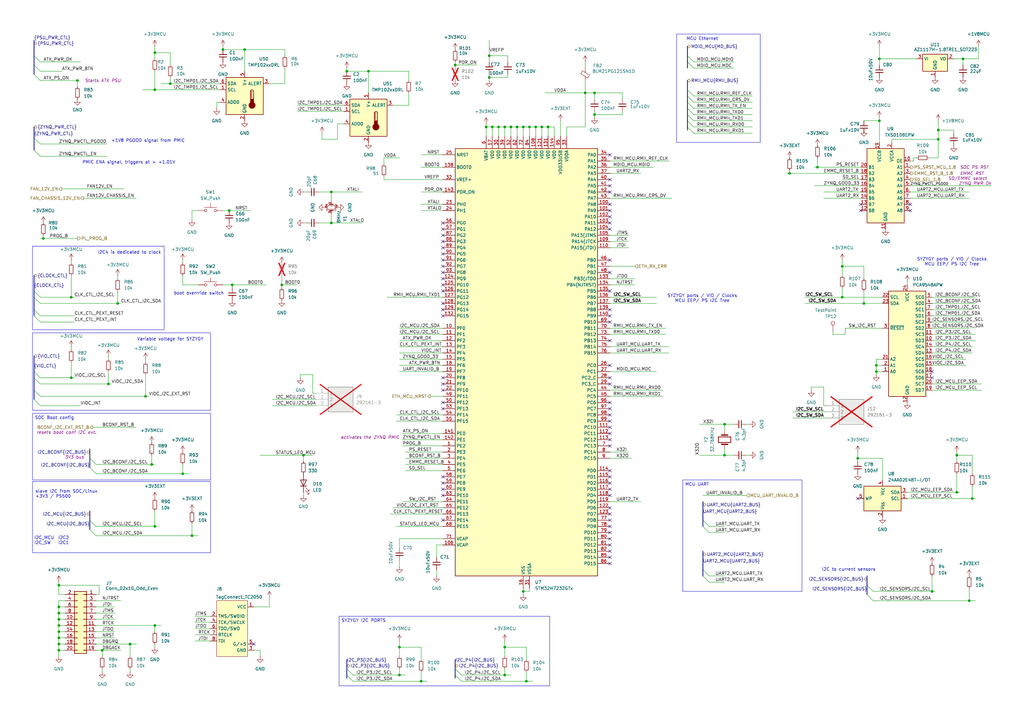
<source format=kicad_sch>
(kicad_sch (version 20250114) (generator "eeschema") (generator_version "9.0")
  (paper "A3")
  (title_block (title "NASR-M") (date "2025-09-22") (rev "D 0.9.4") (company "electrodyssey.net") (comment 1 "Board MCU controlls the VIO power and SYZYGY ports") (comment 2 "(c) Nazim 2025") (comment 3 "Author: Nazim Aghabayov") (comment 4 "SYZYGY Carrier Mainboard") (comment 5 "rel: Fletched Bustard"))
  (bus_alias "CLOCK_CTL" (members "CLK_CTL_I2C_SCL" "CLK_CTL_I2C_SDA" "CLK_CTL_PEXT_RESET" "CLK_CTL_PEXT_INT"))
  (bus_alias "RMII_BUS" (members "RMII_REF_CLK" "RMII_CRS_DV" "RMII_TX_EN" "RMII_TXD0" "RMII_TXD1" "RMII_RXD0" "RMII_RXD1"))
  (bus_alias "SYZYGY_PWR_CTL" (members "SZG_P_CTL_SCL" "SZG_P_CTL_SDA" "SZG_P_CTL_VIO_EN"))
  (bus_alias "VIO_CTL" (members "VIOC_I2C_SCL" "VIOC_I2C_SDA" "VIOC_I2C_EXT_RST" "VIOC_INT"))
  (bus_alias "ZYNQ_PWR_CTL" (members "ZYNQ_PWCTL_PGOOD" "ZYNQ_PWCTL_EN"))
  (rectangle (start 13.335 136.525) (end 86.36 168.275))
  (rectangle (start 13.335 197.485) (end 86.36 226.695))
  (rectangle (start 277.495 13.97) (end 311.785 58.42))
  (rectangle (start 13.335 100.965) (end 67.31 135.255))
  (text "slave I2C from SOC/Linux\n+3V3 / PS500" (at 14.478 202.692 0) (effects (font (size 1.27 1.27)) (justify left)))
  (text "I2C to current sensors" (at 337.058 233.68 0) (effects (font (size 1.27 1.27)) (justify left)))
  (text "MCU Ethernet" (at 288.036 16.002 0) (effects (font (size 1.27 1.27))))
  (text "boot overrride switch" (at 81.534 120.396 0) (effects (font (size 1.27 1.27))))
  (text "SYZYGY ports / VIO / Clocks\nMCU EEP/ PS I2C Tree" (at 288.036 122.428 0) (effects (font (size 1.27 1.27))))
  (text "Variable voltage for SYZYGY" (at 69.85 139.192 0) (effects (font (size 1.27 1.27))))
  (text "I2C_MCU	I2C2\nI2C_SW	I2C1\n\n" (at 13.97 222.758 0) (effects (font (size 1.27 1.27)) (justify left)))
  (text "SYZYGY ports / VIO / Clocks\nMCU EEP/ PS I2C Tree" (at 390.398 107.442 0) (effects (font (size 1.27 1.27))))
  (text "PMIC ENA signal, triggers at > +1.01V" (at 52.832 66.675 0) (effects (font (size 1.27 1.27))))
  (text "+1V8 PGOOD signal from PMIC" (at 60.706 57.785 0) (effects (font (size 1.27 1.27))))
  (text "I2C4 is dedicated to clock" (at 53.086 103.632 0) (effects (font (size 1.27 1.27))))
  (text_box "SOC Boot config" (at 13.335 169.545 0) (size 73.025 27.305) (margins 0.9525 0.9525 0.9525 0.9525) (effects (font (size 1.27 1.27)) (justify left top)))
  (text_box "MCU UART" (at 280.035 196.85 0) (size 48.895 45.72) (margins 0.9525 0.9525 0.9525 0.9525) (effects (font (size 1.27 1.27)) (justify left top)))
  (text_box "SYZYGY I2C PORTS" (at 139.065 252.73 0) (size 86.36 28.575) (margins 0.9525 0.9525 0.9525 0.9525) (effects (font (size 1.27 1.27)) (justify left top)))
  (junction (at 29.21 121.92))
  (junction (at 243.84 38.1))
  (junction (at 59.69 162.56))
  (junction (at 382.27 242.57))
  (junction (at 200.66 31.75))
  (junction (at 351.79 187.96))
  (junction (at 219.71 52.07))
  (junction (at 207.01 276.86))
  (junction (at 201.93 52.07))
  (junction (at 354.33 124.46))
  (junction (at 53.34 264.16))
  (junction (at 392.43 201.93))
  (junction (at 93.98 86.36))
  (junction (at 397.51 246.38))
  (junction (at 17.78 97.79))
  (junction (at 392.43 186.69))
  (junction (at 214.63 242.57))
  (junction (at 135.89 91.44))
  (junction (at 212.09 52.07))
  (junction (at 63.5 36.83))
  (junction (at 214.63 52.07))
  (junction (at 95.25 116.84))
  (junction (at 24.13 266.7))
  (junction (at 41.91 266.7))
  (junction (at 394.97 24.13))
  (junction (at 207.01 52.07))
  (junction (at 24.13 259.08))
  (junction (at 222.25 52.07))
  (junction (at 163.83 276.86))
  (junction (at 240.03 38.1))
  (junction (at 63.5 21.59))
  (junction (at 24.13 254))
  (junction (at 24.13 251.46))
  (junction (at 345.44 109.22))
  (junction (at 297.18 186.69))
  (junction (at 44.45 157.48))
  (junction (at 24.13 264.16))
  (junction (at 335.28 68.58))
  (junction (at 384.81 57.15))
  (junction (at 74.93 194.31))
  (junction (at 24.13 261.62))
  (junction (at 204.47 52.07))
  (junction (at 91.44 20.32))
  (junction (at 135.89 78.74))
  (junction (at 217.17 52.07))
  (junction (at 224.79 52.07))
  (junction (at 142.24 29.21))
  (junction (at 359.41 152.4))
  (junction (at 151.13 29.21))
  (junction (at 243.84 46.99))
  (junction (at 62.23 190.5))
  (junction (at 199.39 52.07))
  (junction (at 78.74 219.71))
  (junction (at 323.85 71.12))
  (junction (at 24.13 256.54))
  (junction (at 384.81 53.34))
  (junction (at 360.68 49.53))
  (junction (at 172.72 279.4))
  (junction (at 360.68 24.13))
  (junction (at 207.01 265.43))
  (junction (at 29.21 154.94))
  (junction (at 31.75 33.02))
  (junction (at 115.57 116.84))
  (junction (at 215.9 279.4))
  (junction (at 69.85 34.29))
  (junction (at 200.66 22.86))
  (junction (at 124.46 186.69))
  (junction (at 398.78 204.47))
  (junction (at 63.5 256.54))
  (junction (at 163.83 265.43))
  (junction (at 63.5 215.9))
  (junction (at 359.41 149.86))
  (junction (at 24.13 240.03))
  (junction (at 297.18 173.99))
  (junction (at 24.13 248.92))
  (junction (at 209.55 52.07))
  (junction (at 186.69 26.67))
  (junction (at 48.26 124.46))
  (junction (at 100.33 20.32))
  (junction (at 345.44 121.92))
  (no_connect (at 250.19 195.58))
  (no_connect (at 250.19 111.76))
  (no_connect (at 181.61 157.48))
  (no_connect (at 181.61 101.6))
  (no_connect (at 250.19 86.36))
  (no_connect (at 250.19 127))
  (no_connect (at 181.61 198.12))
  (no_connect (at 250.19 200.66))
  (no_connect (at 250.19 172.72))
  (no_connect (at 181.61 109.22))
  (no_connect (at 353.06 83.82))
  (no_connect (at 250.19 154.94))
  (no_connect (at 250.19 215.9))
  (no_connect (at 382.27 154.94))
  (no_connect (at 250.19 177.8))
  (no_connect (at 250.19 157.48))
  (no_connect (at 250.19 149.86))
  (no_connect (at 250.19 139.7))
  (no_connect (at 181.61 167.64))
  (no_connect (at 250.19 226.06))
  (no_connect (at 181.61 114.3))
  (no_connect (at 181.61 99.06))
  (no_connect (at 181.61 116.84))
  (no_connect (at 250.19 93.98))
  (no_connect (at 104.14 264.16))
  (no_connect (at 382.27 152.4))
  (no_connect (at 181.61 119.38))
  (no_connect (at 181.61 106.68))
  (no_connect (at 250.19 165.1))
  (no_connect (at 351.79 204.47))
  (no_connect (at 353.06 86.36))
  (no_connect (at 250.19 208.28))
  (no_connect (at 250.19 76.2))
  (no_connect (at 181.61 203.2))
  (no_connect (at 250.19 210.82))
  (no_connect (at 250.19 73.66))
  (no_connect (at 250.19 78.74))
  (no_connect (at 181.61 124.46))
  (no_connect (at 250.19 119.38))
  (no_connect (at 181.61 165.1))
  (no_connect (at 373.38 83.82))
  (no_connect (at 250.19 223.52))
  (no_connect (at 250.19 203.2))
  (no_connect (at 250.19 231.14))
  (no_connect (at 181.61 93.98))
  (no_connect (at 250.19 180.34))
  (no_connect (at 181.61 127))
  (no_connect (at 181.61 104.14))
  (no_connect (at 250.19 88.9))
  (no_connect (at 181.61 91.44))
  (no_connect (at 250.19 91.44))
  (no_connect (at 181.61 160.02))
  (no_connect (at 250.19 220.98))
  (no_connect (at 250.19 198.12))
  (no_connect (at 373.38 86.36))
  (no_connect (at 250.19 193.04))
  (no_connect (at 181.61 200.66))
  (no_connect (at 250.19 167.64))
  (no_connect (at 250.19 175.26))
  (no_connect (at 250.19 83.82))
  (no_connect (at 250.19 213.36))
  (no_connect (at 181.61 129.54))
  (no_connect (at 181.61 96.52))
  (no_connect (at 250.19 129.54))
  (no_connect (at 250.19 63.5))
  (no_connect (at 250.19 170.18))
  (no_connect (at 181.61 213.36))
  (no_connect (at 250.19 132.08))
  (no_connect (at 181.61 154.94))
  (no_connect (at 181.61 195.58))
  (no_connect (at 250.19 106.68))
  (no_connect (at 250.19 182.88))
  (no_connect (at 250.19 218.44))
  (no_connect (at 181.61 111.76))
  (no_connect (at 250.19 228.6))
  (bus_entry (at 281.94 39.37) (size 2.54 2.54))
  (bus_entry (at 13.97 152.4) (size 2.54 2.54))
  (bus_entry (at 186.69 276.86) (size 2.54 2.54))
  (bus_entry (at 288.29 215.9) (size 2.54 2.54))
  (bus_entry (at 36.83 213.36) (size 2.54 2.54))
  (bus_entry (at 142.24 276.86) (size 2.54 2.54))
  (bus_entry (at 288.29 236.22) (size 2.54 2.54))
  (bus_entry (at 281.94 46.99) (size 2.54 2.54))
  (bus_entry (at 36.83 217.17) (size 2.54 2.54))
  (bus_entry (at 355.6 243.84) (size 2.54 2.54))
  (bus_entry (at 281.94 25.4) (size 2.54 2.54))
  (bus_entry (at 13.97 127) (size 2.54 2.54))
  (bus_entry (at 142.24 274.32) (size 2.54 2.54))
  (bus_entry (at 355.6 240.03) (size 2.54 2.54))
  (bus_entry (at 13.97 30.48) (size 2.54 2.54))
  (bus_entry (at 36.83 191.77) (size 2.54 2.54))
  (bus_entry (at 288.29 233.68) (size 2.54 2.54))
  (bus_entry (at 13.97 154.94) (size 2.54 2.54))
  (bus_entry (at 13.97 160.02) (size 2.54 2.54))
  (bus_entry (at 13.97 61.595) (size 2.54 2.54))
  (bus_entry (at 281.94 22.86) (size 2.54 2.54))
  (bus_entry (at 281.94 44.45) (size 2.54 2.54))
  (bus_entry (at 288.29 213.36) (size 2.54 2.54))
  (bus_entry (at 13.97 56.515) (size 2.54 2.54))
  (bus_entry (at 36.83 187.96) (size 2.54 2.54))
  (bus_entry (at 13.97 163.83) (size 2.54 2.54))
  (bus_entry (at 13.97 129.54) (size 2.54 2.54))
  (bus_entry (at 13.97 119.38) (size 2.54 2.54))
  (bus_entry (at 13.97 121.92) (size 2.54 2.54))
  (bus_entry (at 281.94 52.07) (size 2.54 2.54))
  (bus_entry (at 281.94 36.83) (size 2.54 2.54))
  (bus_entry (at 186.69 274.32) (size 2.54 2.54))
  (bus_entry (at 281.94 49.53) (size 2.54 2.54))
  (bus_entry (at 13.97 26.67) (size 2.54 2.54))
  (bus_entry (at 13.97 22.86) (size 2.54 2.54))
  (bus_entry (at 281.94 41.91) (size 2.54 2.54))
  (wire (pts (xy 39.37 254) (xy 46.99 254)))
  (bus (pts (xy 36.83 187.96) (xy 36.83 191.77)))
  (wire (pts (xy 163.83 276.86) (xy 166.37 276.86)))
  (wire (pts (xy 39.37 190.5) (xy 62.23 190.5)))
  (wire (pts (xy 255.27 40.64) (xy 255.27 38.1)))
  (wire (pts (xy 391.16 54.61) (xy 391.16 53.34)))
  (wire (pts (xy 219.71 52.07) (xy 222.25 52.07)))
  (wire (pts (xy 16.51 124.46) (xy 48.26 124.46)))
  (wire (pts (xy 215.9 265.43) (xy 207.01 265.43)))
  (wire (pts (xy 372.11 201.93) (xy 392.43 201.93)))
  (wire (pts (xy 232.41 52.07) (xy 232.41 55.88)))
  (wire (pts (xy 250.19 109.22) (xy 260.35 109.22)))
  (wire (pts (xy 148.59 78.74) (xy 135.89 78.74)))
  (wire (pts (xy 240.03 38.1) (xy 243.84 38.1)))
  (wire (pts (xy 124.46 186.69) (xy 124.46 189.23)))
  (wire (pts (xy 382.27 137.16) (xy 400.05 137.16)))
  (wire (pts (xy 392.43 194.31) (xy 392.43 201.93)))
  (wire (pts (xy 297.18 186.69) (xy 297.18 184.15)))
  (wire (pts (xy 346.71 134.62) (xy 361.95 134.62)))
  (wire (pts (xy 232.41 52.07) (xy 240.03 52.07)))
  (wire (pts (xy 290.83 215.9) (xy 297.18 215.9)))
  (wire (pts (xy 250.19 101.6) (xy 257.81 101.6)))
  (bus (pts (xy 281.94 49.53) (xy 281.94 52.07)))
  (wire (pts (xy 250.19 68.58) (xy 267.97 68.58)))
  (wire (pts (xy 360.68 24.13) (xy 360.68 26.67)))
  (wire (pts (xy 209.55 52.07) (xy 212.09 52.07)))
  (wire (pts (xy 163.83 134.62) (xy 181.61 134.62)))
  (wire (pts (xy 24.13 248.92) (xy 26.67 248.92)))
  (wire (pts (xy 374.65 66.04) (xy 373.38 66.04)))
  (bus (pts (xy 281.94 19.05) (xy 281.94 22.86)))
  (wire (pts (xy 69.85 31.75) (xy 69.85 34.29)))
  (wire (pts (xy 39.37 219.71) (xy 78.74 219.71)))
  (wire (pts (xy 90.17 41.91) (xy 88.9 41.91)))
  (wire (pts (xy 39.37 266.7) (xy 41.91 266.7)))
  (wire (pts (xy 166.37 185.42) (xy 181.61 185.42)))
  (wire (pts (xy 24.13 266.7) (xy 26.67 266.7)))
  (wire (pts (xy 88.9 41.91) (xy 88.9 44.45)))
  (wire (pts (xy 48.26 119.38) (xy 48.26 124.46)))
  (wire (pts (xy 138.43 57.15) (xy 132.08 57.15)))
  (bus (pts (xy 288.29 233.68) (xy 288.29 236.22)))
  (wire (pts (xy 39.37 251.46) (xy 46.99 251.46)))
  (wire (pts (xy 74.93 194.31) (xy 77.47 194.31)))
  (wire (pts (xy 398.78 186.69) (xy 398.78 194.31)))
  (wire (pts (xy 204.47 52.07) (xy 204.47 55.88)))
  (bus (pts (xy 36.83 209.55) (xy 36.83 213.36)))
  (wire (pts (xy 374.65 64.77) (xy 374.65 66.04)))
  (wire (pts (xy 24.13 251.46) (xy 24.13 254)))
  (wire (pts (xy 39.37 194.31) (xy 74.93 194.31)))
  (wire (pts (xy 215.9 279.4) (xy 218.44 279.4)))
  (wire (pts (xy 207.01 265.43) (xy 207.01 269.24)))
  (wire (pts (xy 144.78 276.86) (xy 163.83 276.86)))
  (wire (pts (xy 250.19 187.96) (xy 259.08 187.96)))
  (wire (pts (xy 44.45 146.05) (xy 44.45 147.32)))
  (wire (pts (xy 217.17 52.07) (xy 219.71 52.07)))
  (wire (pts (xy 165.1 180.34) (xy 181.61 180.34)))
  (wire (pts (xy 172.72 63.5) (xy 181.61 63.5)))
  (wire (pts (xy 106.68 186.69) (xy 124.46 186.69)))
  (wire (pts (xy 172.72 78.74) (xy 181.61 78.74)))
  (wire (pts (xy 284.48 52.07) (xy 308.61 52.07)))
  (bus (pts (xy 13.97 160.02) (xy 13.97 163.83)))
  (wire (pts (xy 212.09 52.07) (xy 214.63 52.07)))
  (bus (pts (xy 281.94 39.37) (xy 281.94 41.91)))
  (wire (pts (xy 382.27 236.22) (xy 382.27 242.57)))
  (wire (pts (xy 382.27 142.24) (xy 398.78 142.24)))
  (wire (pts (xy 250.19 152.4) (xy 269.24 152.4)))
  (wire (pts (xy 80.01 262.89) (xy 86.36 262.89)))
  (wire (pts (xy 93.98 86.36) (xy 102.87 86.36)))
  (wire (pts (xy 330.2 124.46) (xy 354.33 124.46)))
  (wire (pts (xy 16.51 33.02) (xy 31.75 33.02)))
  (bus (pts (xy 281.94 52.07) (xy 281.94 53.34)))
  (wire (pts (xy 382.27 132.08) (xy 397.51 132.08)))
  (wire (pts (xy 372.11 204.47) (xy 398.78 204.47)))
  (wire (pts (xy 284.48 39.37) (xy 308.61 39.37)))
  (wire (pts (xy 111.76 166.37) (xy 129.54 166.37)))
  (wire (pts (xy 172.72 265.43) (xy 163.83 265.43)))
  (wire (pts (xy 44.45 152.4) (xy 44.45 157.48)))
  (wire (pts (xy 284.48 25.4) (xy 300.99 25.4)))
  (wire (pts (xy 74.93 106.68) (xy 74.93 107.95)))
  (wire (pts (xy 165.1 182.88) (xy 181.61 182.88)))
  (wire (pts (xy 382.27 129.54) (xy 398.78 129.54)))
  (wire (pts (xy 166.37 193.04) (xy 181.61 193.04)))
  (bus (pts (xy 281.94 36.83) (xy 281.94 39.37)))
  (wire (pts (xy 163.83 147.32) (xy 181.61 147.32)))
  (wire (pts (xy 44.45 157.48) (xy 45.72 157.48)))
  (wire (pts (xy 110.49 34.29) (xy 116.84 34.29)))
  (wire (pts (xy 157.48 73.66) (xy 181.61 73.66)))
  (wire (pts (xy 115.57 113.03) (xy 115.57 116.84)))
  (wire (pts (xy 243.84 38.1) (xy 255.27 38.1)))
  (wire (pts (xy 121.92 45.72) (xy 140.97 45.72)))
  (bus (pts (xy 13.97 113.03) (xy 13.97 119.38)))
  (wire (pts (xy 16.51 59.055) (xy 43.815 59.055)))
  (wire (pts (xy 78.74 219.71) (xy 81.28 219.71)))
  (bus (pts (xy 281.94 46.99) (xy 281.94 49.53)))
  (wire (pts (xy 24.13 248.92) (xy 24.13 251.46)))
  (wire (pts (xy 360.68 19.05) (xy 360.68 24.13)))
  (wire (pts (xy 167.64 29.21) (xy 151.13 29.21)))
  (wire (pts (xy 398.78 186.69) (xy 392.43 186.69)))
  (wire (pts (xy 199.39 52.07) (xy 201.93 52.07)))
  (bus (pts (xy 13.97 127) (xy 13.97 129.54)))
  (wire (pts (xy 163.83 265.43) (xy 163.83 269.24)))
  (wire (pts (xy 346.71 134.62) (xy 346.71 137.16)))
  (wire (pts (xy 332.74 158.75) (xy 332.74 160.02)))
  (wire (pts (xy 323.85 71.12) (xy 353.06 71.12)))
  (wire (pts (xy 398.78 199.39) (xy 398.78 204.47)))
  (wire (pts (xy 59.69 162.56) (xy 60.96 162.56)))
  (wire (pts (xy 359.41 147.32) (xy 359.41 149.86)))
  (wire (pts (xy 16.51 166.37) (xy 33.02 166.37)))
  (wire (pts (xy 63.5 215.9) (xy 64.77 215.9)))
  (wire (pts (xy 39.37 264.16) (xy 53.34 264.16)))
  (wire (pts (xy 162.56 170.18) (xy 181.61 170.18)))
  (wire (pts (xy 250.19 142.24) (xy 274.32 142.24)))
  (wire (pts (xy 63.5 209.55) (xy 63.5 215.9)))
  (wire (pts (xy 284.48 46.99) (xy 308.61 46.99)))
  (wire (pts (xy 284.48 41.91) (xy 308.61 41.91)))
  (wire (pts (xy 163.83 274.32) (xy 163.83 276.86)))
  (wire (pts (xy 151.13 29.21) (xy 142.24 29.21)))
  (wire (pts (xy 215.9 270.51) (xy 215.9 265.43)))
  (wire (pts (xy 24.13 256.54) (xy 24.13 259.08)))
  (wire (pts (xy 140.97 50.8) (xy 138.43 50.8)))
  (wire (pts (xy 381 64.77) (xy 384.81 64.77)))
  (bus (pts (xy 186.69 276.86) (xy 186.69 278.13)))
  (wire (pts (xy 382.27 149.86) (xy 396.24 149.86)))
  (wire (pts (xy 358.14 242.57) (xy 382.27 242.57)))
  (wire (pts (xy 250.19 114.3) (xy 260.35 114.3)))
  (wire (pts (xy 361.95 147.32) (xy 359.41 147.32)))
  (wire (pts (xy 345.44 121.92) (xy 361.95 121.92)))
  (wire (pts (xy 172.72 83.82) (xy 181.61 83.82)))
  (wire (pts (xy 223.52 38.1) (xy 240.03 38.1)))
  (wire (pts (xy 382.27 127) (xy 398.78 127)))
  (wire (pts (xy 31.75 33.02) (xy 32.385 33.02)))
  (wire (pts (xy 165.1 205.74) (xy 181.61 205.74)))
  (wire (pts (xy 243.84 45.72) (xy 243.84 46.99)))
  (wire (pts (xy 199.39 55.88) (xy 199.39 52.07)))
  (wire (pts (xy 100.33 20.32) (xy 91.44 20.32)))
  (wire (pts (xy 323.85 69.85) (xy 323.85 71.12)))
  (wire (pts (xy 360.68 48.26) (xy 360.68 49.53)))
  (wire (pts (xy 330.2 121.92) (xy 345.44 121.92)))
  (wire (pts (xy 217.17 52.07) (xy 214.63 52.07)))
  (wire (pts (xy 365.76 57.15) (xy 365.76 58.42)))
  (wire (pts (xy 63.5 29.21) (xy 63.5 36.83)))
  (wire (pts (xy 200.66 33.02) (xy 200.66 31.75)))
  (bus (pts (xy 36.83 184.15) (xy 36.83 187.96)))
  (bus (pts (xy 142.24 270.51) (xy 142.24 274.32)))
  (wire (pts (xy 214.63 52.07) (xy 214.63 55.88)))
  (wire (pts (xy 24.13 254) (xy 26.67 254)))
  (wire (pts (xy 287.02 173.99) (xy 297.18 173.99)))
  (wire (pts (xy 104.14 266.7) (xy 106.68 266.7)))
  (wire (pts (xy 334.01 68.58) (xy 335.28 68.58)))
  (wire (pts (xy 69.85 34.29) (xy 90.17 34.29)))
  (wire (pts (xy 335.28 64.77) (xy 335.28 68.58)))
  (wire (pts (xy 59.69 153.67) (xy 59.69 162.56)))
  (wire (pts (xy 250.19 99.06) (xy 257.81 99.06)))
  (wire (pts (xy 240.03 33.02) (xy 240.03 38.1)))
  (wire (pts (xy 16.51 162.56) (xy 59.69 162.56)))
  (wire (pts (xy 63.5 256.54) (xy 66.04 256.54)))
  (wire (pts (xy 200.66 30.48) (xy 200.66 31.75)))
  (wire (pts (xy 80.01 255.27) (xy 86.36 255.27)))
  (wire (pts (xy 179.07 228.6) (xy 179.07 223.52)))
  (wire (pts (xy 345.44 73.66) (xy 353.06 73.66)))
  (wire (pts (xy 250.19 124.46) (xy 269.24 124.46)))
  (wire (pts (xy 384.81 49.53) (xy 384.81 53.34)))
  (wire (pts (xy 162.56 172.72) (xy 181.61 172.72)))
  (wire (pts (xy 250.19 205.74) (xy 262.89 205.74)))
  (wire (pts (xy 163.83 149.86) (xy 181.61 149.86)))
  (wire (pts (xy 394.97 24.13) (xy 394.97 26.67)))
  (bus (pts (xy 13.97 22.86) (xy 13.97 26.67)))
  (bus (pts (xy 13.97 52.07) (xy 13.97 56.515)))
  (wire (pts (xy 16.51 132.08) (xy 30.48 132.08)))
  (wire (pts (xy 69.85 21.59) (xy 63.5 21.59)))
  (wire (pts (xy 163.83 232.41) (xy 163.83 229.87)))
  (wire (pts (xy 250.19 134.62) (xy 273.05 134.62)))
  (wire (pts (xy 63.5 264.16) (xy 63.5 265.43)))
  (wire (pts (xy 128.27 153.67) (xy 123.19 153.67)))
  (wire (pts (xy 24.13 254) (xy 24.13 256.54)))
  (wire (pts (xy 250.19 185.42) (xy 257.81 185.42)))
  (wire (pts (xy 158.75 121.92) (xy 181.61 121.92)))
  (wire (pts (xy 250.19 144.78) (xy 274.32 144.78)))
  (wire (pts (xy 384.81 53.34) (xy 384.81 57.15)))
  (wire (pts (xy 290.83 238.76) (xy 297.18 238.76)))
  (wire (pts (xy 250.19 66.04) (xy 274.32 66.04)))
  (wire (pts (xy 116.84 22.86) (xy 116.84 20.32)))
  (wire (pts (xy 69.85 21.59) (xy 69.85 26.67)))
  (wire (pts (xy 382.27 139.7) (xy 400.05 139.7)))
  (wire (pts (xy 160.02 210.82) (xy 181.61 210.82)))
  (wire (pts (xy 209.55 52.07) (xy 207.01 52.07)))
  (wire (pts (xy 297.18 173.99) (xy 300.99 173.99)))
  (wire (pts (xy 163.83 139.7) (xy 181.61 139.7)))
  (wire (pts (xy 227.33 55.88) (xy 227.33 52.07)))
  (wire (pts (xy 229.87 49.53) (xy 229.87 55.88)))
  (wire (pts (xy 382.27 157.48) (xy 402.59 157.48)))
  (wire (pts (xy 41.91 266.7) (xy 49.53 266.7)))
  (wire (pts (xy 167.64 38.1) (xy 167.64 43.18)))
  (wire (pts (xy 62.23 190.5) (xy 63.5 190.5)))
  (wire (pts (xy 62.23 186.69) (xy 62.23 190.5)))
  (wire (pts (xy 397.51 241.3) (xy 397.51 246.38)))
  (wire (pts (xy 351.79 187.96) (xy 361.95 187.96)))
  (wire (pts (xy 359.41 152.4) (xy 361.95 152.4)))
  (wire (pts (xy 207.01 276.86) (xy 209.55 276.86)))
  (wire (pts (xy 337.82 78.74) (xy 353.06 78.74)))
  (wire (pts (xy 165.1 177.8) (xy 181.61 177.8)))
  (wire (pts (xy 39.37 248.92) (xy 46.99 248.92)))
  (wire (pts (xy 172.72 279.4) (xy 175.26 279.4)))
  (wire (pts (xy 80.01 252.73) (xy 86.36 252.73)))
  (wire (pts (xy 359.41 149.86) (xy 359.41 152.4)))
  (wire (pts (xy 124.46 186.69) (xy 128.27 186.69)))
  (wire (pts (xy 401.32 19.05) (xy 401.32 24.13)))
  (wire (pts (xy 100.33 29.21) (xy 100.33 20.32)))
  (bus (pts (xy 355.6 236.22) (xy 355.6 240.03)))
  (wire (pts (xy 373.38 81.28) (xy 397.51 81.28)))
  (wire (pts (xy 240.03 38.1) (xy 240.03 52.07)))
  (wire (pts (xy 24.13 264.16) (xy 24.13 266.7)))
  (wire (pts (xy 214.63 242.57) (xy 217.17 242.57)))
  (wire (pts (xy 250.19 160.02) (xy 271.78 160.02)))
  (wire (pts (xy 250.19 121.92) (xy 269.24 121.92)))
  (bus (pts (xy 355.6 240.03) (xy 355.6 243.84)))
  (wire (pts (xy 200.66 22.86) (xy 200.66 25.4)))
  (wire (pts (xy 91.44 86.36) (xy 93.98 86.36)))
  (wire (pts (xy 290.83 236.22) (xy 297.18 236.22)))
  (wire (pts (xy 354.33 53.34) (xy 354.33 54.61)))
  (wire (pts (xy 214.63 243.84) (xy 214.63 242.57)))
  (wire (pts (xy 16.51 121.92) (xy 29.21 121.92)))
  (wire (pts (xy 360.68 24.13) (xy 375.92 24.13)))
  (wire (pts (xy 31.75 33.02) (xy 31.75 35.56)))
  (wire (pts (xy 24.13 266.7) (xy 24.13 269.24)))
  (wire (pts (xy 74.93 190.5) (xy 74.93 194.31)))
  (wire (pts (xy 345.44 118.11) (xy 345.44 121.92)))
  (wire (pts (xy 41.91 266.7) (xy 41.91 269.24)))
  (wire (pts (xy 373.38 78.74) (xy 397.51 78.74)))
  (wire (pts (xy 219.71 55.88) (xy 219.71 52.07)))
  (wire (pts (xy 341.63 135.89) (xy 341.63 137.16)))
  (wire (pts (xy 39.37 259.08) (xy 46.99 259.08)))
  (wire (pts (xy 359.41 149.86) (xy 361.95 149.86)))
  (wire (pts (xy 392.43 186.69) (xy 392.43 189.23)))
  (wire (pts (xy 24.13 261.62) (xy 26.67 261.62)))
  (wire (pts (xy 58.42 36.83) (xy 63.5 36.83)))
  (wire (pts (xy 200.66 31.75) (xy 208.28 31.75)))
  (wire (pts (xy 391.16 53.34) (xy 384.81 53.34)))
  (bus (pts (xy 13.97 121.92) (xy 13.97 127)))
  (wire (pts (xy 209.55 52.07) (xy 209.55 55.88)))
  (wire (pts (xy 157.48 64.77) (xy 157.48 67.31)))
  (wire (pts (xy 78.74 214.63) (xy 78.74 219.71)))
  (wire (pts (xy 322.58 71.12) (xy 323.85 71.12)))
  (wire (pts (xy 212.09 52.07) (xy 212.09 55.88)))
  (wire (pts (xy 26.67 246.38) (xy 24.13 246.38)))
  (wire (pts (xy 382.27 134.62) (xy 397.51 134.62)))
  (wire (pts (xy 132.08 57.15) (xy 132.08 54.61)))
  (wire (pts (xy 124.46 203.2) (xy 124.46 201.93)))
  (wire (pts (xy 240.03 27.94) (xy 240.03 25.4)))
  (bus (pts (xy 186.69 274.32) (xy 186.69 276.86)))
  (wire (pts (xy 172.72 270.51) (xy 172.72 265.43)))
  (wire (pts (xy 39.37 215.9) (xy 63.5 215.9)))
  (wire (pts (xy 135.89 87.63) (xy 135.89 91.44)))
  (wire (pts (xy 16.51 64.135) (xy 43.815 64.135)))
  (wire (pts (xy 53.34 264.16) (xy 53.34 269.24)))
  (wire (pts (xy 29.21 148.59) (xy 29.21 154.94)))
  (wire (pts (xy 361.95 196.85) (xy 361.95 187.96)))
  (wire (pts (xy 40.64 240.03) (xy 24.13 240.03)))
  (wire (pts (xy 284.48 44.45) (xy 308.61 44.45)))
  (wire (pts (xy 16.51 97.79) (xy 17.78 97.79)))
  (bus (pts (xy 288.29 226.06) (xy 288.29 233.68)))
  (wire (pts (xy 208.28 30.48) (xy 208.28 31.75)))
  (wire (pts (xy 250.19 71.12) (xy 262.89 71.12)))
  (wire (pts (xy 176.53 162.56) (xy 181.61 162.56)))
  (wire (pts (xy 384.81 64.77) (xy 384.81 57.15)))
  (wire (pts (xy 63.5 36.83) (xy 90.17 36.83)))
  (wire (pts (xy 341.63 137.16) (xy 346.71 137.16)))
  (wire (pts (xy 354.33 124.46) (xy 361.95 124.46)))
  (wire (pts (xy 215.9 275.59) (xy 215.9 279.4)))
  (wire (pts (xy 17.78 97.79) (xy 31.75 97.79)))
  (bus (pts (xy 281.94 41.91) (xy 281.94 44.45)))
  (wire (pts (xy 172.72 68.58) (xy 181.61 68.58)))
  (wire (pts (xy 116.84 27.94) (xy 116.84 34.29)))
  (wire (pts (xy 250.19 116.84) (xy 260.35 116.84)))
  (wire (pts (xy 135.89 78.74) (xy 130.81 78.74)))
  (wire (pts (xy 163.83 220.98) (xy 163.83 224.79)))
  (wire (pts (xy 354.33 109.22) (xy 345.44 109.22)))
  (wire (pts (xy 217.17 52.07) (xy 217.17 55.88)))
  (wire (pts (xy 284.48 49.53) (xy 308.61 49.53)))
  (bus (pts (xy 13.97 146.05) (xy 13.97 152.4)))
  (wire (pts (xy 284.48 54.61) (xy 308.61 54.61)))
  (wire (pts (xy 290.83 218.44) (xy 297.18 218.44)))
  (wire (pts (xy 394.97 24.13) (xy 401.32 24.13)))
  (wire (pts (xy 24.13 259.08) (xy 24.13 261.62)))
  (wire (pts (xy 48.26 124.46) (xy 49.53 124.46)))
  (wire (pts (xy 391.16 24.13) (xy 394.97 24.13)))
  (wire (pts (xy 172.72 275.59) (xy 172.72 279.4)))
  (wire (pts (xy 163.83 152.4) (xy 181.61 152.4)))
  (wire (pts (xy 360.68 49.53) (xy 360.68 58.42)))
  (bus (pts (xy 186.69 270.51) (xy 186.69 274.32)))
  (wire (pts (xy 124.46 78.74) (xy 125.73 78.74)))
  (bus (pts (xy 281.94 25.4) (xy 281.94 27.94)))
  (wire (pts (xy 360.68 49.53) (xy 354.33 49.53)))
  (wire (pts (xy 307.34 186.69) (xy 306.07 186.69)))
  (wire (pts (xy 243.84 38.1) (xy 243.84 40.64)))
  (wire (pts (xy 337.82 166.37) (xy 337.82 158.75)))
  (wire (pts (xy 288.29 203.2) (xy 306.07 203.2)))
  (wire (pts (xy 186.69 25.4) (xy 186.69 26.67)))
  (bus (pts (xy 13.97 26.67) (xy 13.97 30.48)))
  (wire (pts (xy 201.93 52.07) (xy 201.93 55.88)))
  (wire (pts (xy 359.41 152.4) (xy 359.41 153.67)))
  (wire (pts (xy 354.33 119.38) (xy 354.33 124.46)))
  (wire (pts (xy 63.5 256.54) (xy 63.5 259.08)))
  (bus (pts (xy 281.94 44.45) (xy 281.94 46.99)))
  (wire (pts (xy 345.44 109.22) (xy 345.44 113.03)))
  (wire (pts (xy 161.29 43.18) (xy 167.64 43.18)))
  (wire (pts (xy 345.44 106.68) (xy 345.44 109.22)))
  (wire (pts (xy 186.69 26.67) (xy 186.69 27.94)))
  (wire (pts (xy 16.51 29.21) (xy 25.4 29.21)))
  (wire (pts (xy 16.51 154.94) (xy 29.21 154.94)))
  (wire (pts (xy 179.07 236.22) (xy 179.07 233.68)))
  (wire (pts (xy 138.43 50.8) (xy 138.43 57.15)))
  (wire (pts (xy 39.37 246.38) (xy 49.53 246.38)))
  (wire (pts (xy 144.78 279.4) (xy 172.72 279.4)))
  (wire (pts (xy 250.19 81.28) (xy 275.59 81.28)))
  (wire (pts (xy 129.54 161.29) (xy 128.27 161.29)))
  (wire (pts (xy 38.1 175.26) (xy 55.88 175.26)))
  (wire (pts (xy 382.27 147.32) (xy 396.24 147.32)))
  (wire (pts (xy 24.13 261.62) (xy 24.13 264.16)))
  (bus (pts (xy 13.97 152.4) (xy 13.97 154.94)))
  (wire (pts (xy 17.78 96.52) (xy 17.78 97.79)))
  (bus (pts (xy 281.94 33.02) (xy 281.94 36.83)))
  (wire (pts (xy 255.27 45.72) (xy 255.27 46.99)))
  (wire (pts (xy 250.19 137.16) (xy 273.05 137.16)))
  (wire (pts (xy 74.93 116.84) (xy 81.28 116.84)))
  (bus (pts (xy 288.29 213.36) (xy 288.29 215.9)))
  (wire (pts (xy 351.79 187.96) (xy 351.79 189.23)))
  (wire (pts (xy 29.21 106.68) (xy 29.21 107.95)))
  (wire (pts (xy 41.91 274.32) (xy 41.91 275.59)))
  (wire (pts (xy 186.69 26.67) (xy 195.58 26.67)))
  (wire (pts (xy 382.27 124.46) (xy 400.05 124.46)))
  (bus (pts (xy 13.97 16.51) (xy 13.97 22.86)))
  (wire (pts (xy 243.84 46.99) (xy 255.27 46.99)))
  (wire (pts (xy 325.12 171.45) (xy 339.09 171.45)))
  (wire (pts (xy 224.79 52.07) (xy 227.33 52.07)))
  (wire (pts (xy 179.07 223.52) (xy 181.61 223.52)))
  (wire (pts (xy 222.25 52.07) (xy 224.79 52.07)))
  (wire (pts (xy 78.74 86.36) (xy 78.74 90.17)))
  (wire (pts (xy 398.78 204.47) (xy 400.05 204.47)))
  (wire (pts (xy 250.19 162.56) (xy 271.78 162.56)))
  (wire (pts (xy 128.27 161.29) (xy 128.27 153.67)))
  (wire (pts (xy 201.93 52.07) (xy 204.47 52.07)))
  (wire (pts (xy 207.01 262.89) (xy 207.01 265.43)))
  (wire (pts (xy 40.64 243.84) (xy 40.64 240.03)))
  (wire (pts (xy 157.48 72.39) (xy 157.48 73.66)))
  (wire (pts (xy 59.69 147.32) (xy 59.69 148.59)))
  (wire (pts (xy 163.83 144.78) (xy 181.61 144.78)))
  (wire (pts (xy 382.27 242.57) (xy 383.54 242.57)))
  (wire (pts (xy 208.28 22.86) (xy 200.66 22.86)))
  (wire (pts (xy 163.83 137.16) (xy 181.61 137.16)))
  (wire (pts (xy 222.25 52.07) (xy 222.25 55.88)))
  (wire (pts (xy 123.19 153.67) (xy 123.19 154.94)))
  (wire (pts (xy 121.92 43.18) (xy 140.97 43.18)))
  (wire (pts (xy 167.64 33.02) (xy 167.64 29.21)))
  (wire (pts (xy 243.84 48.26) (xy 243.84 46.99)))
  (wire (pts (xy 48.26 114.3) (xy 48.26 113.03)))
  (wire (pts (xy 91.44 116.84) (xy 95.25 116.84)))
  (wire (pts (xy 29.21 142.24) (xy 29.21 143.51)))
  (bus (pts (xy 288.29 205.74) (xy 288.29 213.36)))
  (wire (pts (xy 373.38 76.2) (xy 406.4 76.2)))
  (wire (pts (xy 166.37 187.96) (xy 181.61 187.96)))
  (wire (pts (xy 335.28 68.58) (xy 353.06 68.58)))
  (wire (pts (xy 382.27 121.92) (xy 400.05 121.92)))
  (wire (pts (xy 24.13 251.46) (xy 26.67 251.46)))
  (wire (pts (xy 382.27 144.78) (xy 398.78 144.78)))
  (wire (pts (xy 26.67 243.84) (xy 24.13 243.84)))
  (wire (pts (xy 115.57 116.84) (xy 115.57 118.11)))
  (wire (pts (xy 334.01 76.2) (xy 353.06 76.2)))
  (wire (pts (xy 63.5 19.05) (xy 63.5 21.59)))
  (wire (pts (xy 135.89 82.55) (xy 135.89 78.74)))
  (wire (pts (xy 25.4 77.47) (xy 50.8 77.47)))
  (wire (pts (xy 163.83 262.89) (xy 163.83 265.43)))
  (wire (pts (xy 24.13 259.08) (xy 26.67 259.08)))
  (wire (pts (xy 162.56 215.9) (xy 181.61 215.9)))
  (wire (pts (xy 29.21 113.03) (xy 29.21 121.92)))
  (wire (pts (xy 200.66 16.51) (xy 200.66 22.86)))
  (wire (pts (xy 24.13 238.76) (xy 24.13 240.03)))
  (wire (pts (xy 157.48 64.77) (xy 163.83 64.77)))
  (wire (pts (xy 95.25 116.84) (xy 109.22 116.84)))
  (wire (pts (xy 110.49 248.92) (xy 110.49 245.11)))
  (wire (pts (xy 181.61 220.98) (xy 163.83 220.98)))
  (wire (pts (xy 382.27 160.02) (xy 402.59 160.02)))
  (wire (pts (xy 189.23 276.86) (xy 207.01 276.86)))
  (wire (pts (xy 163.83 142.24) (xy 181.61 142.24)))
  (wire (pts (xy 39.37 256.54) (xy 63.5 256.54)))
  (wire (pts (xy 63.5 21.59) (xy 63.5 24.13)))
  (wire (pts (xy 199.39 50.8) (xy 199.39 52.07)))
  (bus (pts (xy 142.24 276.86) (xy 142.24 278.13)))
  (wire (pts (xy 325.12 168.91) (xy 339.09 168.91)))
  (wire (pts (xy 16.51 157.48) (xy 44.45 157.48)))
  (wire (pts (xy 39.37 261.62) (xy 46.99 261.62)))
  (wire (pts (xy 297.18 176.53) (xy 297.18 173.99)))
  (wire (pts (xy 29.21 121.92) (xy 30.48 121.92)))
  (wire (pts (xy 207.01 274.32) (xy 207.01 276.86)))
  (wire (pts (xy 392.43 185.42) (xy 392.43 186.69)))
  (wire (pts (xy 74.93 113.03) (xy 74.93 116.84)))
  (bus (pts (xy 36.83 213.36) (xy 36.83 217.17)))
  (wire (pts (xy 148.59 91.44) (xy 135.89 91.44)))
  (wire (pts (xy 337.82 158.75) (xy 332.74 158.75)))
  (wire (pts (xy 372.11 115.57) (xy 372.11 116.84)))
  (wire (pts (xy 80.01 257.81) (xy 86.36 257.81)))
  (wire (pts (xy 287.02 186.69) (xy 297.18 186.69)))
  (wire (pts (xy 29.21 154.94) (xy 30.48 154.94)))
  (wire (pts (xy 124.46 91.44) (xy 125.73 91.44)))
  (wire (pts (xy 166.37 190.5) (xy 181.61 190.5)))
  (wire (pts (xy 208.28 25.4) (xy 208.28 22.86)))
  (wire (pts (xy 115.57 116.84) (xy 121.92 116.84)))
  (wire (pts (xy 116.84 20.32) (xy 100.33 20.32)))
  (wire (pts (xy 224.79 52.07) (xy 224.79 55.88)))
  (wire (pts (xy 24.13 264.16) (xy 26.67 264.16)))
  (wire (pts (xy 397.51 246.38) (xy 400.05 246.38)))
  (wire (pts (xy 81.28 86.36) (xy 78.74 86.36)))
  (wire (pts (xy 339.09 166.37) (xy 337.82 166.37)))
  (wire (pts (xy 392.43 201.93) (xy 393.7 201.93)))
  (wire (pts (xy 80.01 260.35) (xy 86.36 260.35)))
  (wire (pts (xy 16.51 25.4) (xy 33.02 25.4)))
  (wire (pts (xy 214.63 242.57) (xy 214.63 241.3)))
  (wire (pts (xy 142.24 29.21) (xy 142.24 27.94)))
  (wire (pts (xy 354.33 114.3) (xy 354.33 109.22)))
  (wire (pts (xy 172.72 86.36) (xy 181.61 86.36)))
  (wire (pts (xy 66.04 34.29) (xy 69.85 34.29)))
  (wire (pts (xy 161.29 208.28) (xy 181.61 208.28)))
  (bus (pts (xy 142.24 274.32) (xy 142.24 276.86)))
  (wire (pts (xy 91.44 20.32) (xy 91.44 19.05)))
  (wire (pts (xy 24.13 246.38) (xy 24.13 248.92)))
  (wire (pts (xy 151.13 38.1) (xy 151.13 29.21)))
  (wire (pts (xy 207.01 52.07) (xy 207.01 55.88)))
  (wire (pts (xy 307.34 173.99) (xy 306.07 173.99)))
  (wire (pts (xy 375.92 64.77) (xy 374.65 64.77)))
  (wire (pts (xy 351.79 185.42) (xy 351.79 187.96)))
  (wire (pts (xy 217.17 242.57) (xy 217.17 241.3)))
  (wire (pts (xy 24.13 240.03) (xy 24.13 243.84)))
  (wire (pts (xy 284.48 27.94) (xy 300.99 27.94)))
  (wire (pts (xy 365.76 57.15) (xy 384.81 57.15)))
  (wire (pts (xy 106.68 266.7) (xy 106.68 269.24)))
  (wire (pts (xy 204.47 52.07) (xy 207.01 52.07)))
  (bus (pts (xy 281.94 22.86) (xy 281.94 25.4)))
  (bus (pts (xy 13.97 56.515) (xy 13.97 61.595)))
  (wire (pts (xy 24.13 256.54) (xy 26.67 256.54)))
  (bus (pts (xy 13.97 154.94) (xy 13.97 160.02)))
  (wire (pts (xy 358.14 246.38) (xy 397.51 246.38)))
  (wire (pts (xy 34.29 81.28) (xy 55.88 81.28)))
  (wire (pts (xy 104.14 248.92) (xy 110.49 248.92)))
  (wire (pts (xy 189.23 279.4) (xy 215.9 279.4)))
  (wire (pts (xy 337.82 81.28) (xy 353.06 81.28)))
  (wire (pts (xy 40.64 243.84) (xy 39.37 243.84)))
  (wire (pts (xy 95.25 116.84) (xy 95.25 118.11)))
  (wire (pts (xy 53.34 274.32) (xy 53.34 275.59)))
  (bus (pts (xy 13.97 119.38) (xy 13.97 121.92)))
  (wire (pts (xy 297.18 186.69) (xy 300.99 186.69)))
  (wire (pts (xy 53.34 264.16) (xy 55.88 264.16)))
  (wire (pts (xy 16.51 129.54) (xy 30.48 129.54)))
  (wire (pts (xy 135.89 91.44) (xy 130.81 91.44)))
  (wire (pts (xy 250.19 96.52) (xy 257.81 96.52)))
  (wire (pts (xy 111.76 163.83) (xy 129.54 163.83)))
  (label "PROG_B" (at 165.1 182.88 0))
  (label "RMII_MCU.RMII_TXD0" (at 285.75 46.99 0))
  (label "SD_SEL" (at 167.64 193.04 0))
  (label "RMII_MCU.RMII_REF_CLK" (at 285.75 39.37 0))
  (label "UART_MCU.UART_RX" (at 252.73 144.78 0))
  (label "JTDO" (at 80.01 257.81 0))
  (label "NJTRST" (at 252.73 116.84 0))
  (label "I2C_TMP01.I2C_SCL" (at 383.54 127 0))
  (label "CLK_CTL_I2C_SDA" (at 163.83 172.72 0))
  (label "XTALI" (at 142.24 78.74 0))
  (label "VIOC_I2C_SDA" (at 382.27 149.86 0))
  (label "I2C_SW_SDA" (at 251.46 124.46 0) (effects (font (thickness 0.254) (bold yes))))
  (label "JTMS" (at 80.01 252.73 0))
  (label "I2C_MCU_EEP_SCL" (at 373.38 204.47 0))
  (label "JTCK" (at 41.91 254 0))
  (label "I2C_SENSORS.I2C_SCL" (at 382.27 132.08 0))
  (label "I2C_BCONF.I2C_SDA" (at 383.54 124.46 0))
  (label "I2C_TMP01.I2C_SDA" (at 121.92 43.18 0))
  (label "CLK_CTL_I2C_SCL" (at 163.83 170.18 0))
  (label "{VIO_CTL}" (at 13.97 151.13 0))
  (label "EMMC_RЕSЕT_B" (at 337.82 71.12 0))
  (label "BOOT0" (at 101.6 116.84 0))
  (label "UART2_MCU.UART_RX" (at 293.37 238.76 0))
  (label "JTMS" (at 252.73 96.52 0))
  (label "UART2_RX" (at 252.73 71.12 0))
  (label "I2C_P3.I2C_SDA" (at 383.54 139.7 0))
  (label "UART2_TX" (at 342.9 78.74 0))
  (label "RMII_MCU.RMII_REF_CLK" (at 251.46 66.04 0))
  (label "I2C_P3.I2C_SDA" (at 146.05 279.4 0))
  (label "XTALI" (at 175.26 83.82 0))
  (label "RMII_MCU.RMII_RXD1" (at 285.75 54.61 0))
  (label "ZYNQ_PWCTL_PGOOD" (at 373.38 76.2 0) (effects (font (size 1.016 1.016))) (property "Description" "ZYNQ PWR Ok" (at 393.192 75.184 0) (effects (font (italic yes)) (justify left))))
  (label "RMII_MCU.RMII_TXD1" (at 285.75 49.53 0))
  (label "SD_SEL" (at 345.44 73.66 0))
  (label "RTCK" (at 81.28 260.35 0))
  (label "I2C_TMP01.I2C_SDA" (at 383.54 129.54 0))
  (label "PROG_B" (at 20.32 97.79 0))
  (label "ATX_PS_ON" (at 165.1 177.8 0))
  (label "XTALO" (at 143.51 91.44 0))
  (label "ATX_PS_ON" (at 17.78 33.02 0) (property "Description" "Starts ATX PSU" (at 34.798 33.02 0) (effects (font (italic yes)) (justify left))))
  (label "UART_MCU.UART_TX" (at 252.73 142.24 0))
  (label "{CLOCK_CTL}" (at 13.97 118.11 0))
  (label "I2C_P3{I2C_BUS}" (at 142.24 271.78 0))
  (label "RMII_MCU.RMII_TXD0" (at 251.46 137.16 0))
  (label "UART2_MCU{UART2_BUS}" (at 288.29 231.14 0))
  (label "FAN12V_CHASSIS_EN" (at 35.56 81.28 0))
  (label "JTDI" (at 252.73 101.6 0))
  (label "RMII_MCU.RMII_TX_EN" (at 285.75 44.45 0))
  (label "VIOC_I2C_SDA" (at 45.72 157.48 0))
  (label "I2C_MCU_EEP_SDA" (at 373.38 201.93 0))
  (label "JTMS" (at 41.91 251.46 0))
  (label "{ZYNQ_PWR_CTL}" (at 13.97 55.88 0))
  (label "DBGACK" (at 41.91 266.7 0))
  (label "VREFP" (at 200.66 21.59 0))
  (label "STATUS_LED_MCU" (at 163.83 215.9 0))
  (label "UART2_MCU.UART_RX" (at 375.92 81.28 0))
  (label "VIOC_INT" (at 172.72 144.78 0))
  (label "RMII_MCU.RMII_CRS_DV" (at 285.75 41.91 0))
  (label "I2C_P4.I2C_SDA" (at 190.5 279.4 0))
  (label "CLK_CTL_I2C_SDA" (at 49.53 124.46 0))
  (label "ATX_PWR_BTN" (at 167.64 149.86 0))
  (label "NJTRST" (at 41.91 246.38 0))
  (label "ATX_PWR_OK" (at 165.1 139.7 0))
  (label "VIOC_I2C_SCL" (at 382.27 147.32 0))
  (label "MDIO_MCU.MDIO" (at 251.46 68.58 0))
  (label "I2C_MCU.I2C_SDA" (at 41.91 219.71 0))
  (label "UART2_TX" (at 252.73 205.74 0))
  (label "BCONF_RST_B" (at 41.91 175.26 0))
  (label "I2C_SW_SCL" (at 251.46 121.92 0) (effects (font (thickness 0.254) (bold yes))))
  (label "I2C_SENSORS.I2C_SDA" (at 382.27 134.62 0))
  (label "ZYNQ_PWCTL_PGOOD" (at 24.13 59.055 0))
  (label "VREFP" (at 173.99 73.66 0))
  (label "BOOT0" (at 116.84 116.84 0))
  (label "X32I" (at 288.29 173.99 0))
  (label "RMII_MCU.RMII_TX_EN" (at 251.46 134.62 0))
  (label "I2C_SW_SDA" (at 326.39 171.45 0) (effects (font (thickness 0.254) (bold yes))))
  (label "RTCK" (at 41.91 256.54 0))
  (label "JTDI" (at 81.28 262.89 0))
  (label "VDDA" (at 157.48 64.77 0))
  (label "I2C_TMP01.I2C_SCL" (at 71.12 36.83 0))
  (label "I2C_MCU.I2C_SCL" (at 41.91 215.9 0))
  (label "PS_RESET" (at 167.64 185.42 0))
  (label "I2C_MCU{I2C_BUS}" (at 36.83 215.9 180))
  (label "MDIO_MCU.MDIO" (at 285.75 25.4 0))
  (label "UART2_MCU.UART_TX" (at 375.92 78.74 0))
  (label "DBGRQ" (at 41.91 264.16 0))
  (label "I2C_P3.I2C_SCL" (at 146.05 276.86 0))
  (label "UART_MCU.UART_RX" (at 293.37 218.44 0))
  (label "UART_INVALID_B" (at 289.56 203.2 0))
  (label "X32I" (at 252.73 185.42 0))
  (label "ZYNQ_PWCTL_EN" (at 165.1 180.34 0) (property "Description" "activates the ZYNQ PMIC" (at 139.7 179.324 0) (effects (font (italic yes)) (justify left))))
  (label "I2C_BCONF.I2C_SDA" (at 41.91 194.31 0))
  (label "I2C_MCU.I2C_SDA" (at 113.03 166.37 0))
  (label "VIOC_INT" (at 33.02 166.37 0))
  (label "ATX_PWR_OK" (at 17.78 25.4 0))
  (label "UART_INVALID_B" (at 165.1 152.4 0))
  (label "I2C_P4.I2C_SDA" (at 383.54 144.78 0))
  (label "NRST" (at 175.26 63.5 0))
  (label "SW_I2C_RST" (at 167.64 205.74 0))
  (label "CLK_CTL_PEXT_RESET" (at 161.29 210.82 0))
  (label "CLK_CTL_PEXT_INT" (at 163.83 142.24 0))
  (label "RMII_MCU.RMII_CRS_DV" (at 251.46 81.28 0))
  (label "I2C_P4.I2C_SCL" (at 190.5 276.86 0))
  (label "UART_MCU.UART_TX" (at 293.37 215.9 0))
  (label "{PSU_PWR_CTL}" (at 13.97 16.51 0))
  (label "ATX_PWR_BTN" (at 25.4 29.21 0))
  (label "I2C_SENSORS{I2C_BUS}" (at 355.6 242.57 180))
  (label "I2C_MCU.I2C_SCL" (at 113.03 163.83 0))
  (label "I2C_SW_SCL" (at 326.39 168.91 0) (effects (font (thickness 0.254) (bold yes))))
  (label "VIOC_I2C_SCL" (at 30.48 154.94 0))
  (label "PDR_ON" (at 173.99 78.74 0))
  (label "ZYNQ_PWCTL_EN" (at 24.13 64.135 0))
  (label "VDDA" (at 227.33 38.1 0))
  (label "I2C_P3.I2C_SCL" (at 383.54 137.16 0))
  (label "CLK_CTL_PEXT_RESET" (at 30.48 129.54 0))
  (label "VIOC_I2C_EXT_RST" (at 60.96 162.56 0))
  (label "CLK_CTL_I2C_SCL" (at 30.48 121.92 0))
  (label "I2C_SW_SDA" (at 331.47 124.46 0) (effects (font (thickness 0.254) (bold yes))))
  (label "UART2_MCU.UART_TX" (at 293.37 236.22 0))
  (label "I2C_SENSORS.I2C_SDA" (at 360.68 246.38 0))
  (label "CLK_CTL_PEXT_INT" (at 30.48 132.08 0))
  (label "I2C_TMP01.I2C_SCL" (at 121.92 45.72 0))
  (label "JTDO" (at 252.73 114.3 0))
  (label "STATUS_LED_MCU" (at 113.03 186.69 0))
  (label "NRST" (at 96.52 86.36 0))
  (label "EMMC_RЕSЕT_B" (at 167.64 190.5 0))
  (label "ZYNQ_GOOD_33" (at 165.1 147.32 0))
  (label "RMII_MCU.RMII_RXD0" (at 251.46 160.02 0))
  (label "I2C_P4{I2C_BUS}" (at 186.69 271.78 0))
  (label "I2C_BCONF.I2C_SCL" (at 383.54 121.92 0))
  (label "UART_MCU{UART2_BUS}" (at 288.29 210.82 0))
  (label "MDIO_MCU.MDC" (at 285.75 27.94 0))
  (label "BOOT0" (at 173.99 68.58 0))
  (label "RMII_MCU.RMII_RXD0" (at 285.75 52.07 0))
  (label "XTALO" (at 175.26 86.36 0))
  (label "RMII_MCU.RMII_TXD1" (at 161.29 121.92 0))
  (label "I2C_TMP01.I2C_SDA" (at 71.12 34.29 0))
  (label "I2C_SW_SCL" (at 330.2 121.92 0) (effects (font (thickness 0.254) (bold yes))))
  (label "ZYNQ_GOOD_33" (at 337.82 76.2 0))
  (label "NRST" (at 41.91 261.62 0))
  (label "JTCK" (at 80.01 255.27 0))
  (label "SW_I2C_RST" (at 347.98 134.62 0))
  (label "I2C_BCONF.I2C_SCL" (at 41.91 190.5 0))
  (label "PS_RESET" (at 342.9 68.58 0))
  (label "JTCK" (at 252.73 99.06 0))
  (label "I2C_MCU_EEP_SCL" (at 383.54 160.02 0))
  (label "FAN12V_EN" (at 35.56 77.47 0))
  (label "JTDO" (at 41.91 259.08 0))
  (label "MDIO_MCU.MDC" (at 252.73 152.4 0))
  (label "X32O" (at 287.02 186.69 90))
  (label "I2C_SENSORS.I2C_SCL" (at 360.68 242.57 0))
  (label "I2C_MCU_EEP_SDA" (at 383.54 157.48 0))
  (label "I2C_P4.I2C_SCL" (at 383.54 142.24 0))
  (label "UART2_RX" (at 342.9 81.28 0))
  (label "BCONF_RST_B" (at 167.64 187.96 0))
  (label "RMII_MCU.RMII_RXD1" (at 251.46 162.56 0))
  (label "I2C_MCU.I2C_SDA" (at 163.83 134.62 0))
  (label "X32O" (at 252.73 187.96 0))
  (label "PDR_ON" (at 187.96 26.67 0))
  (label "JTDI" (at 41.91 248.92 0))
  (label "VIOC_I2C_EXT_RST" (at 162.56 208.28 0))
  (label "I2C_BCONF{I2C_BUS}" (at 36.83 191.77 180))
  (label "I2C_MCU.I2C_SCL" (at 163.83 137.16 0))
  (hierarchical_label "ETH_MCU_NRST" (shape output) (at 176.53 162.56 180))
  (hierarchical_label "UART2_MCU{UART2_BUS}" (shape bidirectional) (at 288.29 227.33 0))
  (hierarchical_label "UART_MCU{UART2_BUS}" (shape bidirectional) (at 288.29 207.01 0))
  (hierarchical_label "I2C_MCU{I2C_BUS}" (shape bidirectional) (at 36.83 210.82 180))
  (hierarchical_label "FAN_12V_EN" (shape output) (at 25.4 77.47 180))
  (hierarchical_label "ETH_RX_ERR" (shape input) (at 260.35 109.22 0))
  (hierarchical_label "I2C_BCONF{I2C_BUS}" (shape bidirectional) (at 36.83 185.42 180) (property "Description" "3V3 bus" (at 34.544 187.452 0) (effects (font (italic yes)) (justify right))))
  (hierarchical_label "RMII_MCU{RMII_BUS}" (shape bidirectional) (at 281.94 33.02 0))
  (hierarchical_label "BCONF_I2C_EXT_RST_B" (shape output) (at 38.1 175.26 180) (property "Description" "resets boot conf I2C ext." (at 39.624 177.292 0) (effects (font (italic yes)) (justify right))))
  (hierarchical_label "MDIO_MCU{MD_BUS}" (shape bidirectional) (at 281.94 19.05 0))
  (hierarchical_label "{CLOCK_CTL}" (shape bidirectional) (at 13.97 113.03 0))
  (hierarchical_label "I2C_SENSORS{I2C_BUS}" (shape bidirectional) (at 355.6 237.49 180))
  (hierarchical_label "MCU_UART_INVALID_B" (shape input) (at 306.07 203.2 0))
  (hierarchical_label "I2C_P3{I2C_BUS}" (shape bidirectional) (at 142.24 273.05 0))
  (hierarchical_label "{ZYNQ_PWR_CTL}" (shape bidirectional) (at 13.97 52.07 0))
  (hierarchical_label "EMMC_RST_B_1.8" (shape output) (at 373.38 71.12 0) (property "Description" "EMMC RST" (at 393.7 71.12 0) (effects (font (italic yes)) (justify left))))
  (hierarchical_label "PS_SRST_MCU_1.8" (shape output) (at 373.38 68.58 0) (property "Description" "SOC PS RST" (at 393.7 68.58 0) (effects (font (italic yes)) (justify left))))
  (hierarchical_label "I2C_P4{I2C_BUS}" (shape bidirectional) (at 186.69 273.05 0))
  (hierarchical_label "{VIO_CTL}" (shape bidirectional) (at 13.97 146.05 0))
  (hierarchical_label "PL_PROG_B" (shape output) (at 31.75 97.79 0))
  (hierarchical_label "SD_SEL_1.8" (shape output) (at 373.38 73.66 0) (property "Description" "SD/EMMC select" (at 388.874 73.152 0) (effects (font (italic yes)) (justify left))))
  (hierarchical_label "FAN_CHASSIS_12V_EN" (shape output) (at 34.29 81.28 180))
  (hierarchical_label "{PSU_PWR_CTL}" (shape bidirectional) (at 13.97 17.78 0))
  (symbol (lib_id "Device:C_Small") (at 351.79 191.77 180) (unit 1)
    (property "Reference" "C78" (at 354.33 190.4935 0) (effects (justify right)))
    (property "Value" "100nF" (at 354.33 193.0335 0) (effects (justify right)))
    (property "Footprint" "Capacitor_SMD:C_0402_1005Metric" (effects (hide yes)))
    (property "JLCPCB Part #" "C541465" (effects (hide yes)))
    (property "Part" "CC0402JRX7R8BB104" (effects (hide yes)))
  )
  (symbol (lib_id "Device:Crystal") (at 297.18 180.34 90) (unit 1)
    (property "Reference" "Y2" (at 289.56 180.34 0))
    (property "Value" "32.768KHz" (at 292.1 180.34 0))
    (property "Footprint" "Crystal:Crystal_SMD_3215-2Pin_3.2x1.5mm" (effects (hide yes)))
    (property "Description" "Two pin crystal" (effects (hide yes)))
    (property "Part" "X321532768KGD2SI" (effects (hide yes)))
    (property "JLCPCB Part #" "C620155" (effects (hide yes)))
  )
  (symbol (lib_name "GND_2") (lib_id "power:GND") (at 151.13 58.42 0) (unit 1)
    (property "Reference" "#PWR05" (effects (hide yes)))
    (property "Value" "GND" (at 151.13 63.5 0))
    (property "Description" "Power symbol creates a global label with name \"GND\" , ground" (effects (hide yes)))
  )
  (symbol (lib_name "GND_1") (lib_id "power:GND") (at 163.83 232.41 0) (unit 1)
    (property "Reference" "#PWR0141" (effects (hide yes)))
    (property "Value" "GND" (at 163.83 237.49 0))
    (property "Description" "Power symbol creates a global label with name \"GND\" , ground" (effects (hide yes)))
  )
  (symbol (lib_name "GND_1") (lib_id "power:GND") (at 214.63 243.84 0) (unit 1)
    (property "Reference" "#PWR0145" (effects (hide yes)))
    (property "Value" "GND" (at 214.63 248.92 0))
    (property "Description" "Power symbol creates a global label with name \"GND\" , ground" (effects (hide yes)))
  )
  (symbol (lib_id "power:GND") (at 394.97 31.75 0) (unit 1)
    (property "Reference" "#PWR0161" (effects (hide yes)))
    (property "Value" "GND" (at 394.97 36.83 0))
    (property "Description" "Power symbol creates a global label with name \"GND\" , ground" (effects (hide yes)))
  )
  (symbol (lib_id "power:GND") (at 383.54 31.75 0) (unit 1)
    (property "Reference" "#PWR0159" (effects (hide yes)))
    (property "Value" "GND" (at 383.54 36.83 0))
    (property "Description" "Power symbol creates a global label with name \"GND\" , ground" (effects (hide yes)))
  )
  (symbol (lib_id "Device:R_Small") (at 215.9 273.05 0) (unit 1)
    (property "Reference" "R104" (at 218.44 271.7799 0) (effects (justify left)))
    (property "Value" "10k" (at 218.44 274.3199 0) (effects (justify left)))
    (property "Footprint" "Resistor_SMD:R_0402_1005Metric" (effects (hide yes)))
    (property "JLCPCB Part #" "C25744" (effects (hide yes)))
    (property "Part" "0402WGF1002TCE" (effects (hide yes)))
  )
  (symbol (lib_id "Device:R_Small") (at 186.69 22.86 180) (unit 1)
    (property "Reference" "R101" (at 188.214 19.812 0) (effects (justify right)))
    (property "Value" "10k" (at 188.214 21.844 0) (effects (justify right)))
    (property "Footprint" "Resistor_SMD:R_0402_1005Metric" (effects (hide yes)))
    (property "JLCPCB Part #" "C25744" (effects (hide yes)))
    (property "Part" "0402WGF1002TCE" (effects (hide yes)))
  )
  (symbol (lib_id "power:GND") (at 142.24 34.29 0) (unit 1)
    (property "Reference" "#PWR04" (effects (hide yes)))
    (property "Value" "GND" (at 142.24 39.37 0))
    (property "Description" "Power symbol creates a global label with name \"GND\" , ground" (effects (hide yes)))
  )
  (symbol (lib_id "GPWR3V3MCU:+3V3MCU") (at 163.83 262.89 0) (unit 1)
    (property "Reference" "#PWR3V3MCU020" (effects (hide yes)))
    (property "Value" "+3V3MCU" (at 163.83 257.81 0))
    (property "Description" "Power symbol creates a global label with name \"+3V3MCU\"" (effects (hide yes)))
  )
  (symbol (lib_id "Device:R_Small") (at 186.69 30.48 180) (unit 1) (dnp yes)
    (property "Reference" "R102" (at 189.23 29.2099 0) (effects (justify right)))
    (property "Value" "10k" (at 189.23 31.7499 0) (effects (justify right)))
    (property "Footprint" "Resistor_SMD:R_0402_1005Metric" (effects (hide yes)))
    (property "JLCPCB Part #" "C25744" (effects (hide yes)))
    (property "Part" "0402WGF1002TCE" (effects (hide yes)))
  )
  (symbol (lib_id "Device:R_Small") (at 29.21 110.49 0) (unit 1)
    (property "Reference" "R81" (at 31.75 109.2199 0) (effects (justify left)))
    (property "Value" "10k" (at 31.75 111.7599 0) (effects (justify left)))
    (property "Footprint" "Resistor_SMD:R_0402_1005Metric" (effects (hide yes)))
    (property "JLCPCB Part #" "C25744" (effects (hide yes)))
    (property "Part" "0402WGF1002TCE" (effects (hide yes)))
  )
  (symbol (lib_id "Interface_Expansion:PCA9548APW") (at 372.11 139.7 0) (unit 1)
    (property "Reference" "U10" (at 374.3041 114.3 0) (effects (justify left)))
    (property "Value" "PCA9548APW" (at 374.3041 116.84 0) (effects (justify left)))
    (property "Footprint" "Package_SO:TSSOP-24_4.4x7.8mm_P0.65mm" (effects (hide yes)))
    (property "Datasheet" "http://www.ti.com/lit/ds/symlink/pca9548a.pdf" (effects (hide yes)))
    (property "Description" "Low voltage 8-channel I2C switch with reset, TSSOP-24" (effects (hide yes)))
    (property "JLCPCB Part #" "C21198" (effects (hide yes)))
  )
  (symbol (lib_id "Device:R_Small") (at 345.44 115.57 0) (unit 1)
    (property "Reference" "R107" (at 347.98 114.2999 0) (effects (justify left)))
    (property "Value" "10k" (at 347.98 116.8399 0) (effects (justify left)))
    (property "Footprint" "Resistor_SMD:R_0402_1005Metric" (effects (hide yes)))
    (property "JLCPCB Part #" "C25744" (effects (hide yes)))
    (property "Part" "0402WGF1002TCE" (effects (hide yes)))
  )
  (symbol (lib_id "GPWR3V3MCU:+3V3MCU") (at 74.93 185.42 0) (unit 1)
    (property "Reference" "#PWR3V3MCU017" (effects (hide yes)))
    (property "Value" "+3V3MCU" (at 74.93 180.34 0))
  )
  (symbol (lib_id "power:GND") (at 31.75 40.64 0) (unit 1)
    (property "Reference" "#PWR0126" (effects (hide yes)))
    (property "Value" "GND" (at 31.75 45.085 0))
  )
  (symbol (lib_id "GPWR3V3MCU:+3V3MCU") (at 74.93 106.68 0) (unit 1)
    (property "Reference" "#PWR3V3MCU016" (effects (hide yes)))
    (property "Value" "+3V3MCU" (at 74.93 102.235 0))
  )
  (symbol (lib_id "GPWR3V3MCU:+3V3MCU") (at 63.5 19.05 0) (unit 1)
    (property "Reference" "#PWR3V3MCU066" (effects (hide yes)))
    (property "Value" "+3V3MCU" (at 63.5 13.97 0))
    (property "Description" "Power symbol creates a global label with name \"+3V3MCU\"" (effects (hide yes)))
  )
  (symbol (lib_id "GPWR3V3MCU:+3V3MCU") (at 44.45 146.05 0) (unit 1)
    (property "Reference" "#PWR3V3MCU012" (effects (hide yes)))
    (property "Value" "+3V3MCU" (at 44.45 141.605 0))
  )
  (symbol (lib_id "power:GND") (at 63.5 265.43 0) (unit 1)
    (property "Reference" "#PWR0129" (effects (hide yes)))
    (property "Value" "GND" (at 63.5 270.51 0))
  )
  (symbol (lib_id "GPWR3V3EXT:+3V3EXT") (at 78.74 209.55 0) (unit 1)
    (property "Reference" "#PWR3V3EXT08" (effects (hide yes)))
    (property "Value" "+3V3EXT" (at 78.74 204.47 0))
  )
  (symbol (lib_id "Device:R_Small") (at 157.48 69.85 180) (unit 1)
    (property "Reference" "R98" (at 150.114 69.088 0) (effects (justify right)))
    (property "Value" "51" (at 152.908 71.12 0) (effects (justify right)))
    (property "Footprint" "Resistor_SMD:R_0402_1005Metric" (effects (hide yes)))
    (property "JLCPCB Part #" "C2906953" (effects (hide yes)))
    (property "Part" "FRC0402J510 TS" (effects (hide yes)))
  )
  (symbol (lib_id "Device:C_Small") (at 128.27 78.74 90) (unit 1)
    (property "Reference" "C68" (at 129.286 71.882 0) (effects (justify right)))
    (property "Value" "20pF" (at 126.746 71.882 0) (effects (justify right)))
    (property "Footprint" "Capacitor_SMD:C_0402_1005Metric" (effects (hide yes)))
    (property "JLCPCB Part #" "C327010" (effects (hide yes)))
    (property "Part" "CC0402FRNPO9BN200" (effects (hide yes)))
  )
  (symbol (lib_id "Device:C_Small") (at 128.27 91.44 90) (unit 1)
    (property "Reference" "C69" (at 129.032 94.234 0) (effects (justify right)))
    (property "Value" "20pF" (at 126.492 94.234 0) (effects (justify right)))
    (property "Footprint" "Capacitor_SMD:C_0402_1005Metric" (effects (hide yes)))
    (property "JLCPCB Part #" "C327010" (effects (hide yes)))
    (property "Part" "CC0402FRNPO9BN200" (effects (hide yes)))
  )
  (symbol (lib_id "power:GND") (at 359.41 153.67 0) (unit 1)
    (property "Reference" "#PWR0154" (effects (hide yes)))
    (property "Value" "GND" (at 359.41 158.75 0))
    (property "Description" "Power symbol creates a global label with name \"GND\" , ground" (effects (hide yes)))
  )
  (symbol (lib_id "Device:R_Small") (at 63.5 207.01 180) (unit 1)
    (property "Reference" "R90" (at 66.04 205.7399 0) (effects (justify right)))
    (property "Value" "10k" (at 66.04 208.2799 0) (effects (justify right)))
    (property "Footprint" "Resistor_SMD:R_0402_1005Metric" (effects (hide yes)))
    (property "JLCPCB Part #" "C25744" (effects (hide yes)))
    (property "Part" "0402WGF1002TCE" (effects (hide yes)))
  )
  (symbol (lib_name "GND_2") (lib_id "power:GND") (at 88.9 44.45 0) (unit 1)
    (property "Reference" "#PWR06" (effects (hide yes)))
    (property "Value" "GND" (at 88.9 49.53 0))
    (property "Description" "Power symbol creates a global label with name \"GND\" , ground" (effects (hide yes)))
  )
  (symbol (lib_id "Device:R_Small") (at 78.74 212.09 180) (unit 1)
    (property "Reference" "R94" (at 81.28 210.8199 0) (effects (justify right)))
    (property "Value" "10k" (at 81.28 213.3599 0) (effects (justify right)))
    (property "Footprint" "Resistor_SMD:R_0402_1005Metric" (effects (hide yes)))
    (property "JLCPCB Part #" "C25744" (effects (hide yes)))
    (property "Part" "0402WGF1002TCE" (effects (hide yes)))
  )
  (symbol (lib_id "Device:LED") (at 124.46 198.12 90) (unit 1)
    (property "Reference" "D16" (at 128.27 198.4375 90) (effects (justify right)))
    (property "Value" "LED" (at 128.27 200.9775 90) (effects (justify right)))
    (property "Footprint" "LED_SMD:LED_0805_2012Metric" (effects (hide yes)))
    (property "JLCPCB Part #" "C497958" (effects (hide yes)))
    (property "Part" "HL-PSC-2012S11GC" (effects (hide yes)))
    (property "Desc" "Green 0805 LED" (effects (hide yes)))
  )
  (symbol (lib_id "GPWR3V3MCU:+3V3MCU") (at 401.32 19.05 0) (unit 1)
    (property "Reference" "#PWR1V8MCU02" (effects (hide yes)))
    (property "Value" "+1V8MCU" (at 401.32 13.97 0))
  )
  (symbol (lib_id "292161-3:292161-3") (at 339.09 166.37 0) (unit 1) (dnp yes)
    (property "Reference" "J12" (at 355.6 167.6399 0) (effects (justify left)))
    (property "Value" "292161-3" (at 355.6 170.1799 0) (effects (justify left)))
    (property "Footprint" "pretty:SHDR3W60P0X200_1X3_780X360X680P" (effects (hide yes)))
    (property "Datasheet" "http://www.te.com/commerce/DocumentDelivery/DDEController?Action=showdoc&DocId=Customer+Drawing%7F292161%7FP1%7Fpdf%7FEnglish%7FENG_CD_292161_P1.pdf%7F292161-3" (effects (hide yes)))
    (property "Description" "AMP - TE CONNECTIVITY - 292161-3 - HEADER, VERTICAL, 3WAY" (effects (hide yes)))
    (property "Height" "6.8" (effects (hide yes)))
    (property "Mouser Part Number" "571-292161-3" (effects (hide yes)))
    (property "Mouser Price/Stock" "https://www.mouser.co.uk/ProductDetail/TE-Connectivity/292161-3?qs=VKrXD49J9Epm0cTL0dEucA%3D%3D" (effects (hide yes)))
    (property "Manufacturer_Name" "TE Connectivity" (effects (hide yes)))
    (property "Manufacturer_Part_Number" "292161-3" (effects (hide yes)))
  )
  (symbol (lib_id "Device:R_Small") (at 44.45 149.86 0) (unit 1)
    (property "Reference" "R85" (at 46.99 148.5899 0) (effects (justify left)))
    (property "Value" "10k" (at 46.99 151.1299 0) (effects (justify left)))
    (property "Footprint" "Resistor_SMD:R_0402_1005Metric" (effects (hide yes)))
    (property "JLCPCB Part #" "C25744" (effects (hide yes)))
    (property "Part" "0402WGF1002TCE" (effects (hide yes)))
  )
  (symbol (lib_id "power:GND") (at 95.25 123.19 0) (unit 1)
    (property "Reference" "#PWR0132" (effects (hide yes)))
    (property "Value" "GND" (at 95.25 128.27 0))
    (property "Description" "Power symbol creates a global label with name \"GND\" , ground" (effects (hide yes)))
  )
  (symbol (lib_id "power:GND") (at 391.16 59.69 0) (mirror y) (unit 1)
    (property "Reference" "#PWR0160" (effects (hide yes)))
    (property "Value" "GND" (at 391.16 64.77 0))
    (property "Description" "Power symbol creates a global label with name \"GND\" , ground" (effects (hide yes)))
  )
  (symbol (lib_id "GPWR3V3MCU:+3V3MCU") (at 142.24 27.94 0) (unit 1)
    (property "Reference" "#PWR3V3MCU06" (effects (hide yes)))
    (property "Value" "+3V3MCU" (at 142.24 22.86 0))
    (property "Description" "Power symbol creates a global label with name \"+3V3MCU\"" (effects (hide yes)))
  )
  (symbol (lib_id "Device:R_Small") (at 74.93 187.96 180) (unit 1)
    (property "Reference" "R93" (at 77.47 186.6899 0) (effects (justify right)))
    (property "Value" "10k" (at 77.47 189.2299 0) (effects (justify right)))
    (property "Footprint" "Resistor_SMD:R_0402_1005Metric" (effects (hide yes)))
    (property "JLCPCB Part #" "C25744" (effects (hide yes)))
    (property "Part" "0402WGF1002TCE" (effects (hide yes)))
  )
  (symbol (lib_id "power:GND") (at 307.34 186.69 90) (unit 1)
    (property "Reference" "#PWR0150" (effects (hide yes)))
    (property "Value" "GND" (at 312.42 186.69 0))
  )
  (symbol (lib_id "Device:R_Small") (at 29.21 146.05 0) (unit 1)
    (property "Reference" "R82" (at 31.75 144.7799 0) (effects (justify left)))
    (property "Value" "10k" (at 31.75 147.3199 0) (effects (justify left)))
    (property "Footprint" "Resistor_SMD:R_0402_1005Metric" (effects (hide yes)))
    (property "JLCPCB Part #" "C25744" (effects (hide yes)))
    (property "Part" "0402WGF1002TCE" (effects (hide yes)))
  )
  (symbol (lib_id "power:GND") (at 307.34 173.99 90) (unit 1)
    (property "Reference" "#PWR0149" (effects (hide yes)))
    (property "Value" "GND" (at 312.42 173.99 0))
  )
  (symbol (lib_id "power:GND") (at 186.69 33.02 0) (unit 1)
    (property "Reference" "#PWR0143" (effects (hide yes)))
    (property "Value" "GND" (at 186.69 38.1 0))
    (property "Description" "Power symbol creates a global label with name \"GND\" , ground" (effects (hide yes)))
  )
  (symbol (lib_id "Device:R_Small") (at 62.23 184.15 180) (unit 1)
    (property "Reference" "R89" (at 64.77 182.8799 0) (effects (justify right)))
    (property "Value" "10k" (at 64.77 185.4199 0) (effects (justify right)))
    (property "Footprint" "Resistor_SMD:R_0402_1005Metric" (effects (hide yes)))
    (property "JLCPCB Part #" "C25744" (effects (hide yes)))
    (property "Part" "0402WGF1002TCE" (effects (hide yes)))
  )
  (symbol (lib_id "GPWR3V3MCU:+3V3MCU") (at 360.68 19.05 0) (unit 1)
    (property "Reference" "#PWR3V3MCU028" (effects (hide yes)))
    (property "Value" "+3V3MCU" (at 360.68 13.97 0))
  )
  (symbol (lib_id "power:GND") (at 78.74 90.17 0) (unit 1)
    (property "Reference" "#PWR0130" (effects (hide yes)))
    (property "Value" "GND" (at 78.74 95.25 0))
    (property "Description" "Power symbol creates a global label with name \"GND\" , ground" (effects (hide yes)))
  )
  (symbol (lib_id "GPWR3V3MCU:+3V3MCU") (at 62.23 181.61 0) (unit 1)
    (property "Reference" "#PWR3V3MCU015" (effects (hide yes)))
    (property "Value" "+3V3MCU" (at 62.23 176.53 0))
  )
  (symbol (lib_name "GND_1") (lib_id "power:GND") (at 179.07 236.22 0) (unit 1)
    (property "Reference" "#PWR0142" (effects (hide yes)))
    (property "Value" "GND" (at 179.07 241.3 0))
    (property "Description" "Power symbol creates a global label with name \"GND\" , ground" (effects (hide yes)))
  )
  (symbol (lib_id "power:GND") (at 372.11 165.1 0) (unit 1)
    (property "Reference" "#PWR0158" (effects (hide yes)))
    (property "Value" "GND" (at 372.11 170.18 0))
    (property "Description" "Power symbol creates a global label with name \"GND\" , ground" (effects (hide yes)))
  )
  (symbol (lib_id "power:GND") (at 243.84 48.26 0) (unit 1)
    (property "Reference" "#PWR0146" (effects (hide yes)))
    (property "Value" "GND" (at 243.84 53.34 0))
  )
  (symbol (lib_id "GPWR3V3MCU:+3V3MCU") (at 372.11 115.57 0) (unit 1)
    (property "Reference" "#PWR3V3MCU030" (effects (hide yes)))
    (property "Value" "+3V3MCU" (at 372.11 110.49 0))
    (property "Description" "Power symbol creates a global label with name \"+3V3MCU\"" (effects (hide yes)))
  )
  (symbol (lib_id "Device:R_Small") (at 207.01 271.78 0) (unit 1)
    (property "Reference" "R103" (at 209.55 270.5099 0) (effects (justify left)))
    (property "Value" "10k" (at 209.55 273.0499 0) (effects (justify left)))
    (property "Footprint" "Resistor_SMD:R_0402_1005Metric" (effects (hide yes)))
    (property "JLCPCB Part #" "C25744" (effects (hide yes)))
    (property "Part" "0402WGF1002TCE" (effects (hide yes)))
  )
  (symbol (lib_id "Device:R_Small") (at 69.85 29.21 0) (unit 1)
    (property "Reference" "R3" (at 72.39 27.9399 0) (effects (justify left)))
    (property "Value" "10k" (at 72.39 30.226 0) (effects (justify left)))
    (property "Footprint" "Resistor_SMD:R_0402_1005Metric" (effects (hide yes)))
    (property "JLCPCB Part #" "C25744" (effects (hide yes)))
    (property "Part" "0402WGF1002TCE" (effects (hide yes)))
  )
  (symbol (lib_id "Device:C_Small") (at 303.53 186.69 270) (unit 1)
    (property "Reference" "C77" (at 302.514 193.548 0) (effects (justify right)))
    (property "Value" "4.3pF" (at 305.054 193.548 0) (effects (justify right)))
    (property "Footprint" "Capacitor_SMD:C_0402_1005Metric" (effects (hide yes)))
    (property "JLCPCB Part #" "C2918589" (effects (hide yes)))
    (property "Part" "RF15N4R3A500CT" (effects (hide yes)))
  )
  (symbol (lib_id "Device:R_Small") (at 74.93 110.49 0) (unit 1)
    (property "Reference" "R92" (at 77.47 109.2199 0) (effects (justify left)))
    (property "Value" "10k" (at 77.47 111.7599 0) (effects (justify left)))
    (property "Footprint" "Resistor_SMD:R_0402_1005Metric" (effects (hide yes)))
    (property "JLCPCB Part #" "C25744" (effects (hide yes)))
    (property "Part" "0402WGF1002TCE" (effects (hide yes)))
  )
  (symbol (lib_id "power:GND") (at 360.68 31.75 0) (unit 1)
    (property "Reference" "#PWR0155" (effects (hide yes)))
    (property "Value" "GND" (at 360.68 36.83 0))
    (property "Description" "Power symbol creates a global label with name \"GND\" , ground" (effects (hide yes)))
  )
  (symbol (lib_id "Regulator_Linear:LD1117S18TR_SOT223") (at 383.54 24.13 0) (unit 1)
    (property "Reference" "U11" (at 383.54 18.288 0))
    (property "Value" "AZ1117H-1.8TRE1_SOT223" (at 387.858 20.32 0))
    (property "Footprint" "Package_TO_SOT_SMD:SOT-223-3_TabPin2" (effects (hide yes)))
    (property "Part" "LM1117MPX-1.8/NOPB" (effects (hide yes)))
    (property "JLCPCB Part #" "C9660" (effects (hide yes)))
  )
  (symbol (lib_id "Device:R_Small") (at 378.46 64.77 270) (mirror x) (unit 1)
    (property "Reference" "R109" (at 378.46 59.69 90))
    (property "Value" "10k" (at 378.46 62.23 90))
    (property "Footprint" "Resistor_SMD:R_0402_1005Metric" (effects (hide yes)))
    (property "JLCPCB Part #" "C25744" (effects (hide yes)))
    (property "Part" "0402WGF1002TCE" (effects (hide yes)))
  )
  (symbol (lib_id "Switch:SW_Push") (at 86.36 116.84 0) (unit 1)
    (property "Reference" "SW2" (at 86.36 109.22 0))
    (property "Value" "SW_Push" (at 86.36 111.76 0))
    (property "Footprint" "Button_Switch_SMD:SW_Push_1P1T-MP_NO_Horizontal_Alps_SKRTLAE010" (effects (hide yes)))
    (property "Description" "Push button switch, generic, two pins" (effects (hide yes)))
    (property "Part" "SKRTLAE010" (effects (hide yes)))
    (property "JLCPCB Part #" "C110293" (effects (hide yes)))
  )
  (symbol (lib_id "Device:C_Small") (at 391.16 57.15 0) (mirror y) (unit 1)
    (property "Reference" "C81" (at 399.796 55.372 0) (effects (justify left)))
    (property "Value" "1uFx10V" (at 402.844 57.404 0) (effects (justify left)))
    (property "Footprint" "Capacitor_SMD:C_0603_1608Metric" (effects (hide yes)))
    (property "JLCPCB Part #" "C841050" (effects (hide yes)))
  )
  (symbol (lib_id "GPWR3V3EXT:+3V3EXT") (at 229.87 49.53 0) (unit 1)
    (property "Reference" "#PWR3V3EXT09" (effects (hide yes)))
    (property "Value" "+3V3EXT" (at 229.87 44.45 0))
  )
  (symbol (lib_id "power:GND") (at 91.44 25.4 0) (unit 1)
    (property "Reference" "#PWR03" (effects (hide yes)))
    (property "Value" "GND" (at 91.44 30.48 0))
    (property "Description" "Power symbol creates a global label with name \"GND\" , ground" (effects (hide yes)))
  )
  (symbol (lib_id "GPWR3V3MCU:+3V3MCU") (at 199.39 50.8 0) (unit 1)
    (property "Reference" "#PWR3V3MCU022" (effects (hide yes)))
    (property "Value" "+3V3MCU" (at 199.39 45.72 0))
  )
  (symbol (lib_id "Device:R_Small") (at 63.5 261.62 0) (unit 1)
    (property "Reference" "R91" (at 66.04 260.3499 0) (effects (justify left)))
    (property "Value" "10k" (at 66.04 262.8899 0) (effects (justify left)))
    (property "Footprint" "Resistor_SMD:R_0402_1005Metric" (effects (hide yes)))
    (property "JLCPCB Part #" "C25744" (effects (hide yes)))
    (property "Part" "0402WGF1002TCE" (effects (hide yes)))
  )
  (symbol (lib_id "GPWR3V3MCU:+3V3MCU") (at 29.21 106.68 0) (unit 1)
    (property "Reference" "#PWR3V3MCU010" (effects (hide yes)))
    (property "Value" "+3V3MCU" (at 29.21 102.235 0))
  )
  (symbol (lib_id "GPWR3V3MCU:+3V3MCU") (at 48.26 113.03 0) (unit 1)
    (property "Reference" "#PWR3V3MCU013" (effects (hide yes)))
    (property "Value" "+3V3MCU" (at 48.26 108.585 0))
  )
  (symbol (lib_id "power:GND") (at 124.46 91.44 270) (unit 1)
    (property "Reference" "#PWR0137" (effects (hide yes)))
    (property "Value" "GND" (at 119.38 91.44 0))
  )
  (symbol (lib_id "Device:R_Small") (at 335.28 62.23 0) (unit 1)
    (property "Reference" "R106" (at 337.82 60.9599 0) (effects (justify left)))
    (property "Value" "10k" (at 337.82 63.4999 0) (effects (justify left)))
    (property "Footprint" "Resistor_SMD:R_0402_1005Metric" (effects (hide yes)))
    (property "JLCPCB Part #" "C25744" (effects (hide yes)))
    (property "Part" "0402WGF1002TCE" (effects (hide yes)))
  )
  (symbol (lib_id "power:GND") (at 41.91 275.59 0) (unit 1)
    (property "Reference" "#PWR0127" (effects (hide yes)))
    (property "Value" "GND" (at 41.91 280.67 0))
  )
  (symbol (lib_id "GPWR3V3MCU:+3V3MCU") (at 17.78 91.44 0) (unit 1)
    (property "Reference" "#PWR3V3MCU08" (effects (hide yes)))
    (property "Value" "+3V3MCU" (at 17.78 86.36 0))
  )
  (symbol (lib_id "Device:C_Small") (at 93.98 88.9 0) (unit 1)
    (property "Reference" "C66" (at 96.52 87.6363 0) (effects (justify left)))
    (property "Value" "100nF" (at 96.52 90.1763 0) (effects (justify left)))
    (property "Footprint" "Capacitor_SMD:C_0402_1005Metric" (effects (hide yes)))
    (property "JLCPCB Part #" "C541465" (effects (hide yes)))
    (property "Part" "CC0402JRX7R8BB104" (effects (hide yes)))
  )
  (symbol (lib_id "Device:R_Small") (at 323.85 67.31 0) (unit 1)
    (property "Reference" "R105" (at 326.39 66.0399 0) (effects (justify left)))
    (property "Value" "10k" (at 326.39 68.5799 0) (effects (justify left)))
    (property "Footprint" "Resistor_SMD:R_0402_1005Metric" (effects (hide yes)))
    (property "JLCPCB Part #" "C25744" (effects (hide yes)))
    (property "Part" "0402WGF1002TCE" (effects (hide yes)))
  )
  (symbol (lib_id "power:GND") (at 138.43 85.09 90) (unit 1)
    (property "Reference" "#PWR0140" (effects (hide yes)))
    (property "Value" "GND" (at 143.51 85.09 0))
  )
  (symbol (lib_id "Connector_Generic:Conn_02x10_Odd_Even") (at 34.29 254 0) (mirror y) (unit 1)
    (property "Reference" "J7" (at 44.704 239.268 0))
    (property "Value" "Conn_02x10_Odd_Even" (at 54.102 241.3 0))
    (property "Footprint" "Connector_PinHeader_2.00mm:PinHeader_2x10_P2.00mm_Vertical_SMD" (effects (hide yes)))
    (property "Description" "Generic connector, double row, 02x10, odd/even pin numbering scheme (row 1 odd numbers, row 2 even numbers), script generated (kicad-library-utils/schlib/autogen/connector/)" (effects (hide yes)))
    (property "Part" "3111-20MSNBK00R1" (effects (hide yes)))
    (property "JLCPCB Part #" "C720760" (effects (hide yes)))
  )
  (symbol (lib_id "power:GND") (at 200.66 33.02 0) (unit 1)
    (property "Reference" "#PWR0144" (effects (hide yes)))
    (property "Value" "GND" (at 200.66 38.1 0))
  )
  (symbol (lib_id "GPWR3V3MCU:+3V3MCU") (at 240.03 25.4 0) (unit 1)
    (property "Reference" "#PWR3V3MCU024" (effects (hide yes)))
    (property "Value" "+3V3MCU" (at 240.03 20.32 0))
  )
  (symbol (lib_id "Switch:SW_Push") (at 86.36 86.36 0) (unit 1)
    (property "Reference" "SW1" (at 86.36 78.74 0))
    (property "Value" "SW_Push" (at 86.36 81.28 0))
    (property "Footprint" "Button_Switch_SMD:SW_Push_SPST_NO_Alps_SKRK" (effects (hide yes)))
    (property "Description" "Push button switch, generic, two pins" (effects (hide yes)))
    (property "Part" "SKRKAHE020" (effects (hide yes)))
    (property "JLCPCB Part #" "C202388" (effects (hide yes)))
  )
  (symbol (lib_id "Device:R_Small") (at 31.75 38.1 0) (unit 1)
    (property "Reference" "R83" (at 34.29 36.8299 0) (effects (justify left)))
    (property "Value" "10k" (at 34.29 39.3699 0) (effects (justify left)))
    (property "Footprint" "Resistor_SMD:R_0402_1005Metric" (effects (hide yes)))
    (property "JLCPCB Part #" "C25744" (effects (hide yes)))
    (property "Part" "0402WGF1002TCE" (effects (hide yes)))
  )
  (symbol (lib_id "MCU_ST_STM32H7:STM32H723ZGTx") (at 214.63 149.86 0) (unit 1)
    (property "Reference" "U7" (at 219.3641 238.76 0) (effects (justify left)))
    (property "Value" "STM32H723ZGTx" (at 219.3641 241.3 0) (effects (justify left)))
    (property "Footprint" "Package_QFP:LQFP-144_20x20mm_P0.5mm" (effects (hide yes)))
    (property "Datasheet" "https://www.st.com/resource/en/datasheet/stm32h723zg.pdf" (effects (hide yes)))
    (property "Description" "STMicroelectronics Arm Cortex-M7 MCU, 1024KB flash, 564KB RAM, 550 MHz, 1.62-3.6V, 114 GPIO, LQFP144" (effects (hide yes)))
    (property "JLCPCB Part #" "C730146" (effects (hide yes)))
  )
  (symbol (lib_id "Device:C_Small") (at 91.44 22.86 180) (unit 1)
    (property "Reference" "C1" (at 93.98 21.5835 0) (effects (justify right)))
    (property "Value" "100nF" (at 93.98 24.1235 0) (effects (justify right)))
    (property "Footprint" "Capacitor_SMD:C_0402_1005Metric" (effects (hide yes)))
    (property "JLCPCB Part #" "C541465" (effects (hide yes)))
    (property "Part" "CC0402JRX7R8BB104" (effects (hide yes)))
  )
  (symbol (lib_id "GPWR3V3MCU:+3V3MCU") (at 360.68 48.26 0) (mirror y) (unit 1)
    (property "Reference" "#PWR3V3MCU029" (effects (hide yes)))
    (property "Value" "+3V3MCU" (at 360.68 43.18 0))
  )
  (symbol (lib_id "Device:R_Small") (at 116.84 25.4 0) (unit 1)
    (property "Reference" "R6" (at 119.38 24.1299 0) (effects (justify left)))
    (property "Value" "10k" (at 119.126 26.162 0) (effects (justify left)))
    (property "Footprint" "Resistor_SMD:R_0402_1005Metric" (effects (hide yes)))
    (property "JLCPCB Part #" "C25744" (effects (hide yes)))
    (property "Part" "0402WGF1002TCE" (effects (hide yes)))
  )
  (symbol (lib_id "GPWR3V3MCU:+3V3MCU") (at 345.44 106.68 0) (unit 1)
    (property "Reference" "#PWR3V3MCU026" (effects (hide yes)))
    (property "Value" "+3V3MCU" (at 345.44 101.6 0))
    (property "Description" "Power symbol creates a global label with name \"+3V3MCU\"" (effects (hide yes)))
  )
  (symbol (lib_id "power:GND") (at 133.35 85.09 270) (unit 1)
    (property "Reference" "#PWR0139" (effects (hide yes)))
    (property "Value" "GND" (at 128.27 85.09 0))
  )
  (symbol (lib_id "292161-3:292161-3") (at 129.54 161.29 0) (unit 1) (dnp yes)
    (property "Reference" "J9" (at 146.05 162.5599 0) (effects (justify left)))
    (property "Value" "292161-3" (at 146.05 165.0999 0) (effects (justify left)))
    (property "Footprint" "pretty:SHDR3W60P0X200_1X3_780X360X680P" (effects (hide yes)))
    (property "Datasheet" "http://www.te.com/commerce/DocumentDelivery/DDEController?Action=showdoc&DocId=Customer+Drawing%7F292161%7FP1%7Fpdf%7FEnglish%7FENG_CD_292161_P1.pdf%7F292161-3" (effects (hide yes)))
    (property "Description" "AMP - TE CONNECTIVITY - 292161-3 - HEADER, VERTICAL, 3WAY" (effects (hide yes)))
    (property "Height" "6.8" (effects (hide yes)))
    (property "Mouser Part Number" "571-292161-3" (effects (hide yes)))
    (property "Mouser Price/Stock" "https://www.mouser.co.uk/ProductDetail/TE-Connectivity/292161-3?qs=VKrXD49J9Epm0cTL0dEucA%3D%3D" (effects (hide yes)))
    (property "Manufacturer_Name" "TE Connectivity" (effects (hide yes)))
    (property "Manufacturer_Part_Number" "292161-3" (effects (hide yes)))
  )
  (symbol (lib_id "power:GND") (at 124.46 203.2 0) (unit 1)
    (property "Reference" "#PWR0138" (effects (hide yes)))
    (property "Value" "GND" (at 124.46 207.772 0))
  )
  (symbol (lib_id "Device:R_Small") (at 41.91 271.78 0) (unit 1)
    (property "Reference" "R84" (at 44.45 270.5099 0) (effects (justify left)))
    (property "Value" "10k" (at 44.45 273.0499 0) (effects (justify left)))
    (property "Footprint" "Resistor_SMD:R_0402_1005Metric" (effects (hide yes)))
    (property "JLCPCB Part #" "C25744" (effects (hide yes)))
    (property "Part" "0402WGF1002TCE" (effects (hide yes)))
  )
  (symbol (lib_id "GPWR3V3MCU:+3V3MCU") (at 384.81 49.53 0) (mirror y) (unit 1)
    (property "Reference" "#PWR1V8MCU01" (effects (hide yes)))
    (property "Value" "+1V8MCU" (at 390.906 49.53 0))
  )
  (symbol (lib_id "GPWR3V3MCU:+3V3MCU") (at 392.43 185.42 0) (unit 1)
    (property "Reference" "#PWR3V3MCU031" (effects (hide yes)))
    (property "Value" "+3V3MCU" (at 392.43 180.34 0))
    (property "Description" "Power symbol creates a global label with name \"+3V3MCU\"" (effects (hide yes)))
  )
  (symbol (lib_id "power:GND") (at 106.68 269.24 0) (unit 1)
    (property "Reference" "#PWR0133" (effects (hide yes)))
    (property "Value" "GND" (at 106.68 274.32 0))
  )
  (symbol (lib_id "GPWR3V3MCU:+3V3MCU") (at 110.49 245.11 0) (unit 1)
    (property "Reference" "#PWR3V3MCU018" (effects (hide yes)))
    (property "Value" "+3V3MCU" (at 110.49 240.03 0))
  )
  (symbol (lib_id "GPWR3V3EXT:+3V3EXT") (at 323.85 64.77 0) (unit 1)
    (property "Reference" "#PWR3V3EXT010" (effects (hide yes)))
    (property "Value" "+3V3EXT" (at 323.85 59.69 0))
  )
  (symbol (lib_id "Device:R_Small") (at 124.46 191.77 0) (unit 1)
    (property "Reference" "R97" (at 126.365 190.5 0) (effects (justify left)))
    (property "Value" "330" (at 126.365 193.04 0) (effects (justify left)))
    (property "Footprint" "Resistor_SMD:R_0402_1005Metric" (effects (hide yes)))
    (property "JLCPCB Part #" "C25104" (effects (hide yes)))
    (property "Part" "0402WGF3300TCE" (effects (hide yes)))
  )
  (symbol (lib_id "power:GND") (at 123.19 154.94 0) (unit 1)
    (property "Reference" "#PWR0135" (effects (hide yes)))
    (property "Value" "GND" (at 123.19 160.02 0))
    (property "Description" "Power symbol creates a global label with name \"GND\" , ground" (effects (hide yes)))
  )
  (symbol (lib_id "GPWR3V3MCU:+3V3MCU") (at 29.21 142.24 0) (unit 1)
    (property "Reference" "#PWR3V3MCU011" (effects (hide yes)))
    (property "Value" "+3V3MCU" (at 29.21 137.795 0))
  )
  (symbol (lib_id "GPWR3V3EXT:+3V3EXT") (at 63.5 204.47 0) (unit 1)
    (property "Reference" "#PWR3V3EXT07" (effects (hide yes)))
    (property "Value" "+3V3EXT" (at 63.5 199.39 0))
  )
  (symbol (lib_id "Memory_EEPROM:24AA02-OT") (at 361.95 204.47 0) (unit 1)
    (property "Reference" "U8" (at 364.1441 194.31 0) (effects (justify left)))
    (property "Value" "24AA02E48T-I/OT" (at 364.1441 196.85 0) (effects (justify left)))
    (property "Footprint" "Package_TO_SOT_SMD:SOT-23-5" (effects (hide yes)))
    (property "Datasheet" "http://ww1.microchip.com/downloads/en/DeviceDoc/21709J.pdf" (effects (hide yes)))
    (property "Description" "I2C Serial EEPROM, 2Kb, SOT-23" (effects (hide yes)))
    (property "Part" "24AA02E48T-I/OT" (effects (hide yes)))
    (property "JLCPCB Part #" "C38987" (effects (hide yes)))
  )
  (symbol (lib_id "Device:C_Small") (at 243.84 43.18 180) (unit 1)
    (property "Reference" "C74" (at 246.38 41.9035 0) (effects (justify right)))
    (property "Value" "100nF" (at 246.38 44.4435 0) (effects (justify right)))
    (property "Footprint" "Capacitor_SMD:C_0402_1005Metric" (effects (hide yes)))
    (property "JLCPCB Part #" "C541465" (effects (hide yes)))
    (property "Part" "CC0402JRX7R8BB104" (effects (hide yes)))
  )
  (symbol (lib_id "power:GND") (at 363.22 93.98 0) (mirror y) (unit 1)
    (property "Reference" "#PWR0157" (effects (hide yes)))
    (property "Value" "GND" (at 363.22 99.06 0))
    (property "Description" "Power symbol creates a global label with name \"GND\" , ground" (effects (hide yes)))
  )
  (symbol (lib_id "GPWR3V3EXT:+3V3EXT") (at 382.27 231.14 0) (unit 1)
    (property "Reference" "#PWR3V3EXT024" (effects (hide yes)))
    (property "Value" "+3V3EXT" (at 382.27 226.06 0))
  )
  (symbol (lib_id "Device:R_Small") (at 59.69 151.13 0) (unit 1)
    (property "Reference" "R88" (at 62.23 149.8599 0) (effects (justify left)))
    (property "Value" "10k" (at 62.23 152.3999 0) (effects (justify left)))
    (property "Footprint" "Resistor_SMD:R_0402_1005Metric" (effects (hide yes)))
    (property "JLCPCB Part #" "C25744" (effects (hide yes)))
    (property "Part" "0402WGF1002TCE" (effects (hide yes)))
  )
  (symbol (lib_id "Device:C_Small") (at 394.97 29.21 0) (unit 1)
    (property "Reference" "C82" (at 397.764 27.178 0) (effects (justify left)))
    (property "Value" "22uF" (at 397.764 29.21 0) (effects (justify left)))
    (property "Footprint" "Capacitor_SMD:C_0805_2012Metric" (effects (hide yes)))
    (property "Description" "22uF 6.3V X5R ±20% 0805 Multilayer Ceramic Capacitors MLCC - SMD/SMT ROHS" (effects (hide yes)))
    (property "Part" "CL21A226MQQNNNE" (effects (hide yes)))
    (property "JLCPCB Part #" "C5674" (effects (hide yes)))
  )
  (symbol (lib_id "GPWR3V3EXT:+3V3EXT") (at 397.51 236.22 0) (unit 1)
    (property "Reference" "#PWR3V3EXT025" (effects (hide yes)))
    (property "Value" "+3V3EXT" (at 397.51 231.14 0))
  )
  (symbol (lib_id "Device:R_Small") (at 48.26 116.84 0) (unit 1)
    (property "Reference" "R86" (at 50.8 115.5699 0) (effects (justify left)))
    (property "Value" "10k" (at 50.8 118.1099 0) (effects (justify left)))
    (property "Footprint" "Resistor_SMD:R_0402_1005Metric" (effects (hide yes)))
    (property "JLCPCB Part #" "C25744" (effects (hide yes)))
    (property "Part" "0402WGF1002TCE" (effects (hide yes)))
  )
  (symbol (lib_id "Device:Crystal_GND24_Small") (at 135.89 85.09 270) (unit 1)
    (property "Reference" "Y1" (at 141.478 89.662 0))
    (property "Value" "8MHz" (at 138.938 88.9 0))
    (property "Footprint" "Crystal:Crystal_SMD_5032-4Pin_5.0x3.2mm" (effects (hide yes)))
    (property "Description" "Four pin crystal, GND on pins 2 and 4, small symbol" (effects (hide yes)))
    (property "Part" "SX5B8.000F1520F30" (effects (hide yes)))
    (property "JLCPCB Part #" "C2901621" (effects (hide yes)))
  )
  (symbol (lib_id "Device:R_Small") (at 53.34 271.78 0) (unit 1)
    (property "Reference" "R87" (at 55.88 270.5099 0) (effects (justify left)))
    (property "Value" "10k" (at 55.88 273.0499 0) (effects (justify left)))
    (property "Footprint" "Resistor_SMD:R_0402_1005Metric" (effects (hide yes)))
    (property "JLCPCB Part #" "C25744" (effects (hide yes)))
    (property "Part" "0402WGF1002TCE" (effects (hide yes)))
  )
  (symbol (lib_id "Device:R_Small") (at 392.43 191.77 0) (unit 1)
    (property "Reference" "R110" (at 393.446 190.5 0) (effects (justify left)))
    (property "Value" "10k" (at 393.446 193.04 0) (effects (justify left)))
    (property "Footprint" "Resistor_SMD:R_0402_1005Metric" (effects (hide yes)))
    (property "JLCPCB Part #" "C25744" (effects (hide yes)))
    (property "Part" "0402WGF1002TCE" (effects (hide yes)))
  )
  (symbol (lib_id "power:GND") (at 124.46 78.74 270) (unit 1)
    (property "Reference" "#PWR0136" (effects (hide yes)))
    (property "Value" "GND" (at 119.38 78.74 0))
  )
  (symbol (lib_id "Device:R_Small") (at 354.33 116.84 0) (unit 1)
    (property "Reference" "R108" (at 356.87 115.5699 0) (effects (justify left)))
    (property "Value" "10k" (at 356.87 118.1099 0) (effects (justify left)))
    (property "Footprint" "Resistor_SMD:R_0402_1005Metric" (effects (hide yes)))
    (property "JLCPCB Part #" "C25744" (effects (hide yes)))
    (property "Part" "0402WGF1002TCE" (effects (hide yes)))
  )
  (symbol (lib_id "GPWR3V3MCU:+3V3MCU") (at 115.57 107.95 0) (unit 1)
    (property "Reference" "#PWR3V3MCU019" (effects (hide yes)))
    (property "Value" "+3V3MCU" (at 115.57 102.87 0))
  )
  (symbol (lib_id "Device:C_Small") (at 200.66 27.94 180) (unit 1)
    (property "Reference" "C72" (at 201.168 26.416 0) (effects (justify right)))
    (property "Value" "100nF" (at 200.66 29.972 0) (effects (justify right)))
    (property "Footprint" "Capacitor_SMD:C_0402_1005Metric" (effects (hide yes)))
    (property "JLCPCB Part #" "C541465" (effects (hide yes)))
    (property "Part" "CC0402JRX7R8BB104" (effects (hide yes)))
  )
  (symbol (lib_id "GPWR3V3MCU:+3V3MCU") (at 351.79 185.42 0) (unit 1)
    (property "Reference" "#PWR3V3MCU027" (effects (hide yes)))
    (property "Value" "+3V3MCU" (at 351.79 180.34 0))
    (property "Description" "Power symbol creates a global label with name \"+3V3MCU\"" (effects (hide yes)))
  )
  (symbol (lib_id "Device:R_Small") (at 382.27 233.68 180) (unit 1)
    (property "Reference" "R4" (at 384.81 232.4099 0) (effects (justify right)))
    (property "Value" "10k" (at 384.81 234.9499 0) (effects (justify right)))
    (property "Footprint" "Resistor_SMD:R_0402_1005Metric" (effects (hide yes)))
    (property "JLCPCB Part #" "C25744" (effects (hide yes)))
    (property "Part" "0402WGF1002TCE" (effects (hide yes)))
  )
  (symbol (lib_id "GPWR3V3MCU:+3V3MCU") (at 335.28 59.69 0) (unit 1)
    (property "Reference" "#PWR3V3MCU025" (effects (hide yes)))
    (property "Value" "+3V3MCU" (at 335.28 54.61 0))
  )
  (symbol (lib_id "Device:FerriteBead_Small") (at 240.03 30.48 180) (unit 1)
    (property "Reference" "FB2" (at 245.11 26.924 0))
    (property "Value" "BLM21PG121SN1D" (at 251.714 29.21 0))
    (property "Footprint" "Inductor_SMD:L_0805_2012Metric" (effects (hide yes)))
    (property "Description" "30mΩ ±25% 120Ω@100MHz" (effects (hide yes)))
    (property "Part" "BLM21PG121SN1D" (effects (hide yes)))
    (property "JLCPCB Part #" "C79382" (effects (hide yes)))
  )
  (symbol (lib_id "Device:R_Small") (at 397.51 238.76 180) (unit 1)
    (property "Reference" "R5" (at 400.05 237.4899 0) (effects (justify right)))
    (property "Value" "10k" (at 400.05 240.0299 0) (effects (justify right)))
    (property "Footprint" "Resistor_SMD:R_0402_1005Metric" (effects (hide yes)))
    (property "JLCPCB Part #" "C25744" (effects (hide yes)))
    (property "Part" "0402WGF1002TCE" (effects (hide yes)))
  )
  (symbol (lib_id "GPWR3V3MCU:+3V3MCU") (at 24.13 238.76 0) (unit 1)
    (property "Reference" "#PWR3V3MCU09" (effects (hide yes)))
    (property "Value" "+3V3MCU" (at 24.13 233.68 0))
  )
  (symbol (lib_id "power:GND") (at 332.74 160.02 0) (unit 1)
    (property "Reference" "#PWR0151" (effects (hide yes)))
    (property "Value" "GND" (at 332.74 165.1 0))
    (property "Description" "Power symbol creates a global label with name \"GND\" , ground" (effects (hide yes)))
  )
  (symbol (lib_id "Device:C_Small") (at 303.53 173.99 270) (unit 1)
    (property "Reference" "C76" (at 302.514 180.848 0) (effects (justify right)))
    (property "Value" "4.3pF" (at 305.054 180.848 0) (effects (justify right)))
    (property "Footprint" "Capacitor_SMD:C_0402_1005Metric" (effects (hide yes)))
    (property "JLCPCB Part #" "C2918589" (effects (hide yes)))
    (property "Part" "RF15N4R3A500CT" (effects (hide yes)))
  )
  (symbol (lib_id "Device:C_Small") (at 354.33 52.07 0) (mirror y) (unit 1)
    (property "Reference" "C79" (at 352.552 50.8 0) (effects (justify left)))
    (property "Value" "1uFx10V" (at 352.552 53.34 0) (effects (justify left)))
    (property "Footprint" "Capacitor_SMD:C_0603_1608Metric" (effects (hide yes)))
    (property "JLCPCB Part #" "C841050" (effects (hide yes)))
  )
  (symbol (lib_id "Device:C_Small") (at 142.24 31.75 180) (unit 1)
    (property "Reference" "C2" (at 144.78 30.4735 0) (effects (justify right)))
    (property "Value" "100nF" (at 144.78 33.0135 0) (effects (justify right)))
    (property "Footprint" "Capacitor_SMD:C_0402_1005Metric" (effects (hide yes)))
    (property "JLCPCB Part #" "C541465" (effects (hide yes)))
    (property "Part" "CC0402JRX7R8BB104" (effects (hide yes)))
  )
  (symbol (lib_id "GPWR3V3MCU:+3V3MCU") (at 91.44 19.05 0) (unit 1)
    (property "Reference" "#PWR3V3MCU05" (effects (hide yes)))
    (property "Value" "+3V3MCU" (at 91.44 13.97 0))
    (property "Description" "Power symbol creates a global label with name \"+3V3MCU\"" (effects (hide yes)))
  )
  (symbol (lib_id "Logic_LevelTranslator:TXS0108EPW") (at 363.22 76.2 0) (mirror y) (unit 1)
    (property "Reference" "U9" (at 366.522 52.832 0) (effects (justify left)))
    (property "Value" "TXS0108EPW" (at 375.158 55.372 0) (effects (justify left)))
    (property "Footprint" "Package_SO:TSSOP-20_4.4x6.5mm_P0.65mm" (effects (hide yes)))
    (property "Datasheet" "www.ti.com/lit/ds/symlink/txs0108e.pdf" (effects (hide yes)))
    (property "Description" "Bidirectional  level-shifting voltage translator, TSSOP-20" (effects (hide yes)))
    (property "Part" "TXS0108EPWR" (effects (hide yes)))
    (property "JLCPCB Part #" "C17206" (effects (hide yes)))
  )
  (symbol (lib_id "Device:R_Small") (at 172.72 273.05 0) (unit 1)
    (property "Reference" "R100" (at 175.26 271.7799 0) (effects (justify left)))
    (property "Value" "10k" (at 175.26 274.3199 0) (effects (justify left)))
    (property "Footprint" "Resistor_SMD:R_0402_1005Metric" (effects (hide yes)))
    (property "JLCPCB Part #" "C25744" (effects (hide yes)))
    (property "Part" "0402WGF1002TCE" (effects (hide yes)))
  )
  (symbol (lib_id "GPWR3V3MCU:+3V3MCU") (at 207.01 262.89 0) (unit 1)
    (property "Reference" "#PWR3V3MCU023" (effects (hide yes)))
    (property "Value" "+3V3MCU" (at 207.01 257.81 0))
    (property "Description" "Power symbol creates a global label with name \"+3V3MCU\"" (effects (hide yes)))
  )
  (symbol (lib_id "power:GND") (at 351.79 194.31 0) (unit 1)
    (property "Reference" "#PWR0152" (effects (hide yes)))
    (property "Value" "GND" (at 351.79 199.39 0))
    (property "Description" "Power symbol creates a global label with name \"GND\" , ground" (effects (hide yes)))
  )
  (symbol (lib_id "power:GND") (at 361.95 212.09 0) (unit 1)
    (property "Reference" "#PWR0156" (effects (hide yes)))
    (property "Value" "GND" (at 361.95 217.17 0))
    (property "Description" "Power symbol creates a global label with name \"GND\" , ground" (effects (hide yes)))
  )
  (symbol (lib_id "power:GND") (at 93.98 91.44 0) (unit 1)
    (property "Reference" "#PWR0131" (effects (hide yes)))
    (property "Value" "GND" (at 93.98 96.52 0))
    (property "Description" "Power symbol creates a global label with name \"GND\" , ground" (effects (hide yes)))
  )
  (symbol (lib_id "conn_arm_swd_tagconnect_tc2050:Conn_ARM_SWD_TagConnect_TC2050") (at 95.25 255.27 0) (unit 1) (in_bom no)
    (property "Reference" "J8" (at 89.916 241.554 0))
    (property "Value" "TagConnect_TC2050" (at 98.044 244.856 0))
    (property "Footprint" "Connector:Tag-Connect_TC2050-IDC-FP_2x05_P1.27mm_Vertical" (effects (hide yes)))
    (property "Description" "Tag-Connect ARM Cortex SWD JTAG connector, 10 pin" (effects (hide yes)))
  )
  (symbol (lib_id "power:GND") (at 115.57 123.19 0) (unit 1)
    (property "Reference" "#PWR0134" (effects (hide yes)))
    (property "Value" "GND" (at 115.57 128.27 0))
    (property "Description" "Power symbol creates a global label with name \"GND\" , ground" (effects (hide yes)))
  )
  (symbol (lib_id "Device:R_Small") (at 167.64 35.56 0) (unit 1)
    (property "Reference" "R7" (at 170.18 34.2899 0) (effects (justify left)))
    (property "Value" "10k" (at 170.18 36.576 0) (effects (justify left)))
    (property "Footprint" "Resistor_SMD:R_0402_1005Metric" (effects (hide yes)))
    (property "JLCPCB Part #" "C25744" (effects (hide yes)))
    (property "Part" "0402WGF1002TCE" (effects (hide yes)))
  )
  (symbol (lib_id "Device:R_Small") (at 63.5 26.67 0) (unit 1)
    (property "Reference" "R2" (at 64.516 25.4 0) (effects (justify left)))
    (property "Value" "10k" (at 64.516 27.94 0) (effects (justify left)))
    (property "Footprint" "Resistor_SMD:R_0402_1005Metric" (effects (hide yes)))
    (property "JLCPCB Part #" "C25744" (effects (hide yes)))
    (property "Part" "0402WGF1002TCE" (effects (hide yes)))
  )
  (symbol (lib_id "power:GND") (at 24.13 269.24 0) (unit 1)
    (property "Reference" "#PWR0125" (effects (hide yes)))
    (property "Value" "GND" (at 24.13 274.32 0))
  )
  (symbol (lib_id "Sensor_Temperature:TMP102xxDRL") (at 151.13 48.26 0) (unit 1)
    (property "Reference" "U51" (at 159.004 34.29 0))
    (property "Value" "TMP102xxDRL" (at 159.004 36.83 0))
    (property "Footprint" "Package_TO_SOT_SMD:SOT-563" (effects (hide yes)))
    (property "Datasheet" "https://www.ti.com/lit/ds/symlink/tmp102.pdf" (effects (hide yes)))
    (property "Description" "Digital Temperature Sensor, ±3°C, low-Power, SMBus, 12 bit, Two-Wire Serial Interface, SOT-563" (effects (hide yes)))
    (property "JLCPCB Part #" "C99269" (effects (hide yes)))
    (property "Part" "TMP102AIDRLR" (effects (hide yes)))
  )
  (symbol (lib_id "Device:C_Small") (at 255.27 43.18 0) (unit 1)
    (property "Reference" "C75" (at 258.445 41.9163 0) (effects (justify left)))
    (property "Value" "1uFx10V" (at 258.318 43.688 0) (effects (justify left)))
    (property "Footprint" "Capacitor_SMD:C_0603_1608Metric" (effects (hide yes)))
    (property "JLCPCB Part #" "C841050" (effects (hide yes)))
  )
  (symbol (lib_id "Device:C_Small") (at 360.68 29.21 0) (unit 1)
    (property "Reference" "C80" (at 362.077 26.543 0) (effects (justify left)))
    (property "Value" "10uFx50V" (at 357.124 33.274 90) (effects (justify left)))
    (property "Footprint" "Capacitor_SMD:C_1206_3216Metric" (effects (hide yes)))
    (property "Part" "CS3216X5R106K500NRI" (effects (hide yes)))
    (property "JLCPCB Part #" "C513774" (effects (hide yes)))
  )
  (symbol (lib_id "power:GND") (at 354.33 53.34 0) (mirror y) (unit 1)
    (property "Reference" "#PWR0153" (effects (hide yes)))
    (property "Value" "GND" (at 354.33 58.42 0))
    (property "Description" "Power symbol creates a global label with name \"GND\" , ground" (effects (hide yes)))
  )
  (symbol (lib_id "Device:R_Small") (at 398.78 196.85 0) (unit 1)
    (property "Reference" "R111" (at 401.32 195.5799 0) (effects (justify left)))
    (property "Value" "10k" (at 401.32 198.1199 0) (effects (justify left)))
    (property "Footprint" "Resistor_SMD:R_0402_1005Metric" (effects (hide yes)))
    (property "JLCPCB Part #" "C25744" (effects (hide yes)))
    (property "Part" "0402WGF1002TCE" (effects (hide yes)))
  )
  (symbol (lib_id "Device:C_Small") (at 179.07 231.14 0) (unit 1)
    (property "Reference" "C71" (at 180.467 228.473 0) (effects (justify left)))
    (property "Value" "10uFx50V" (at 175.514 235.204 90) (effects (justify left)))
    (property "Footprint" "Capacitor_SMD:C_1206_3216Metric" (effects (hide yes)))
    (property "Part" "CS3216X5R106K500NRI" (effects (hide yes)))
    (property "JLCPCB Part #" "C513774" (effects (hide yes)))
  )
  (symbol (lib_id "Sensor_Temperature:TMP102xxDRL") (at 100.33 39.37 0) (unit 1)
    (property "Reference" "U50" (at 108.204 24.13 0))
    (property "Value" "TMP102xxDRL" (at 108.204 26.67 0))
    (property "Footprint" "Package_TO_SOT_SMD:SOT-563" (effects (hide yes)))
    (property "Datasheet" "https://www.ti.com/lit/ds/symlink/tmp102.pdf" (effects (hide yes)))
    (property "Description" "Digital Temperature Sensor, ±3°C, low-Power, SMBus, 12 bit, Two-Wire Serial Interface, SOT-563" (effects (hide yes)))
    (property "JLCPCB Part #" "C99269" (effects (hide yes)))
    (property "Part" "TMP102AIDRLR" (effects (hide yes)))
  )
  (symbol (lib_id "Device:R_Small") (at 17.78 93.98 0) (unit 1)
    (property "Reference" "R80" (at 19.812 91.44 0) (effects (justify left)))
    (property "Value" "10k" (at 20.066 93.472 0) (effects (justify left)))
    (property "Footprint" "Resistor_SMD:R_0402_1005Metric" (effects (hide yes)))
    (property "JLCPCB Part #" "C25744" (effects (hide yes)))
    (property "Part" "0402WGF1002TCE" (effects (hide yes)))
  )
  (symbol (lib_id "GPWR3V3MCU:+3V3MCU") (at 59.69 147.32 0) (unit 1)
    (property "Reference" "#PWR3V3MCU014" (effects (hide yes)))
    (property "Value" "+3V3MCU" (at 59.69 142.875 0))
  )
  (symbol (lib_id "Device:R_Small") (at 163.83 271.78 0) (unit 1)
    (property "Reference" "R99" (at 166.37 270.5099 0) (effects (justify left)))
    (property "Value" "10k" (at 166.37 273.0499 0) (effects (justify left)))
    (property "Footprint" "Resistor_SMD:R_0402_1005Metric" (effects (hide yes)))
    (property "JLCPCB Part #" "C25744" (effects (hide yes)))
    (property "Part" "0402WGF1002TCE" (effects (hide yes)))
  )
  (symbol (lib_id "Device:C_Small") (at 95.25 120.65 0) (unit 1)
    (property "Reference" "C67" (at 97.79 119.3863 0) (effects (justify left)))
    (property "Value" "100nF" (at 97.79 121.9263 0) (effects (justify left)))
    (property "Footprint" "Capacitor_SMD:C_0402_1005Metric" (effects (hide yes)))
    (property "JLCPCB Part #" "C541465" (effects (hide yes)))
    (property "Part" "CC0402JRX7R8BB104" (effects (hide yes)))
  )
  (symbol (lib_id "Device:C_Small") (at 163.83 227.33 0) (unit 1)
    (property "Reference" "C70" (at 165.227 224.663 0) (effects (justify left)))
    (property "Value" "10uFx50V" (at 160.274 231.394 90) (effects (justify left)))
    (property "Footprint" "Capacitor_SMD:C_1206_3216Metric" (effects (hide yes)))
    (property "Part" "CS3216X5R106K500NRI" (effects (hide yes)))
    (property "JLCPCB Part #" "C513774" (effects (hide yes)))
  )
  (symbol (lib_id "GPWR3V3MCU:+3V3MCU") (at 186.69 20.32 0) (unit 1)
    (property "Reference" "#PWR3V3MCU021" (effects (hide yes)))
    (property "Value" "+3V3MCU" (at 186.69 15.24 0))
  )
  (symbol (lib_id "Device:C_Small") (at 208.28 27.94 0) (unit 1)
    (property "Reference" "C73" (at 211.455 26.6763 0) (effects (justify left)))
    (property "Value" "1uFx10V" (at 211.455 29.2163 0) (effects (justify left)))
    (property "Footprint" "Capacitor_SMD:C_0603_1608Metric" (effects (hide yes)))
    (property "JLCPCB Part #" "C841050" (effects (hide yes)))
  )
  (symbol (lib_name "GND_2") (lib_id "power:GND") (at 100.33 49.53 0) (unit 1)
    (property "Reference" "#PWR01" (effects (hide yes)))
    (property "Value" "GND" (at 100.33 54.61 0))
    (property "Description" "Power symbol creates a global label with name \"GND\" , ground" (effects (hide yes)))
  )
  (symbol (lib_id "Connector:TestPoint") (at 341.63 135.89 0) (unit 1)
    (property "Reference" "TP12" (at 343.154 129.794 0) (effects (justify right)))
    (property "Value" "TestPoint" (at 343.154 127.254 0) (effects (justify right)))
    (property "Footprint" "TestPoint:TestPoint_Pad_D1.0mm" (effects (hide yes)))
    (property "Description" "test point" (effects (hide yes)))
  )
  (symbol (lib_id "Device:R_Small") (at 115.57 120.65 180) (unit 1)
    (property "Reference" "R96" (at 118.11 119.3799 0) (effects (justify right)))
    (property "Value" "10k" (at 118.11 121.9199 0) (effects (justify right)))
    (property "Footprint" "Resistor_SMD:R_0402_1005Metric" (effects (hide yes)))
    (property "JLCPCB Part #" "C25744" (effects (hide yes)))
    (property "Part" "0402WGF1002TCE" (effects (hide yes)))
  )
  (symbol (lib_id "Device:R_Small") (at 115.57 110.49 180) (unit 1) (dnp yes)
    (property "Reference" "R95" (at 118.11 109.2199 0) (effects (justify right)))
    (property "Value" "10k" (at 118.11 111.7599 0) (effects (justify right)))
    (property "Footprint" "Resistor_SMD:R_0402_1005Metric" (effects (hide yes)))
    (property "JLCPCB Part #" "C25744" (effects (hide yes)))
    (property "Part" "0402WGF1002TCE" (effects (hide yes)))
  )
  (symbol (lib_id "power:GND") (at 53.34 275.59 0) (unit 1)
    (property "Reference" "#PWR0128" (effects (hide yes)))
    (property "Value" "GND" (at 53.34 280.67 0))
  )
  (symbol (lib_id "GPWR3V3MCU:+3V3MCU") (at 132.08 54.61 0) (unit 1)
    (property "Reference" "#PWR3V3MCU067" (effects (hide yes)))
    (property "Value" "+3V3MCU" (at 132.08 49.53 0))
    (property "Description" "Power symbol creates a global label with name \"+3V3MCU\"" (effects (hide yes)))
  )
)
</source>
